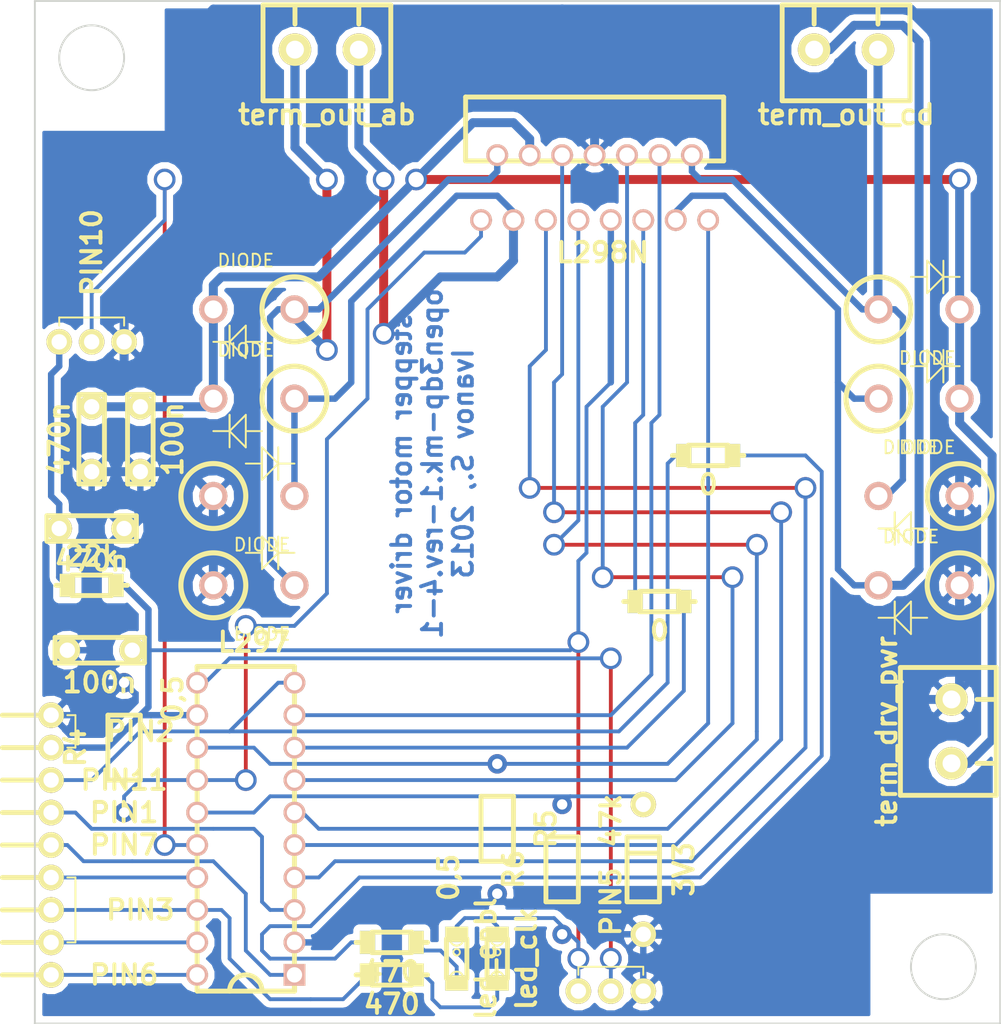
<source format=kicad_pcb>
(kicad_pcb (version 3) (host pcbnew "(2013-07-07 BZR 4022)-stable")

  (general
    (links 72)
    (no_connects 0)
    (area 174.549999 105.334999 250.265001 185.495001)
    (thickness 1.6)
    (drawings 7)
    (tracks 343)
    (zones 0)
    (modules 36)
    (nets 31)
  )

  (page A3)
  (layers
    (15 F.Cu signal)
    (0 B.Cu signal)
    (20 B.SilkS user)
    (21 F.SilkS user)
    (28 Edge.Cuts user)
  )

  (setup
    (last_trace_width 0.3)
    (user_trace_width 0.5)
    (user_trace_width 0.7)
    (user_trace_width 1)
    (trace_clearance 0.254)
    (zone_clearance 0.508)
    (zone_45_only no)
    (trace_min 0.3)
    (segment_width 0.2)
    (edge_width 0.15)
    (via_size 1.7)
    (via_drill 1.2)
    (via_min_size 1.7)
    (via_min_drill 1.2)
    (uvia_size 0.508)
    (uvia_drill 0.127)
    (uvias_allowed no)
    (uvia_min_size 0.508)
    (uvia_min_drill 0.127)
    (pcb_text_width 0.3)
    (pcb_text_size 1.5 1.5)
    (mod_edge_width 0.15)
    (mod_text_size 1.5 1.5)
    (mod_text_width 0.15)
    (pad_size 1.524 1.524)
    (pad_drill 0.762)
    (pad_to_mask_clearance 0.2)
    (aux_axis_origin 0 0)
    (visible_elements 7FFFFFEF)
    (pcbplotparams
      (layerselection 3178497)
      (usegerberextensions true)
      (excludeedgelayer true)
      (linewidth 0.100000)
      (plotframeref false)
      (viasonmask false)
      (mode 1)
      (useauxorigin false)
      (hpglpennumber 1)
      (hpglpenspeed 20)
      (hpglpendiameter 15)
      (hpglpenoverlay 2)
      (psnegative false)
      (psa4output false)
      (plotreference true)
      (plotvalue true)
      (plotothertext true)
      (plotinvisibletext false)
      (padsonsilk false)
      (subtractmaskfromsilk false)
      (outputformat 1)
      (mirror false)
      (drillshape 1)
      (scaleselection 1)
      (outputdirectory ""))
  )

  (net 0 "")
  (net 1 +36V)
  (net 2 +5V)
  (net 3 GND)
  (net 4 N-000001)
  (net 5 N-0000010)
  (net 6 N-0000011)
  (net 7 N-0000012)
  (net 8 N-0000013)
  (net 9 N-0000014)
  (net 10 N-0000015)
  (net 11 N-0000016)
  (net 12 N-0000017)
  (net 13 N-0000018)
  (net 14 N-0000019)
  (net 15 N-0000020)
  (net 16 N-0000021)
  (net 17 N-0000022)
  (net 18 N-0000023)
  (net 19 N-0000024)
  (net 20 N-0000025)
  (net 21 N-0000026)
  (net 22 N-0000027)
  (net 23 N-0000028)
  (net 24 N-000003)
  (net 25 N-0000030)
  (net 26 N-000004)
  (net 27 N-000005)
  (net 28 N-000006)
  (net 29 N-000008)
  (net 30 N-000009)

  (net_class Default "Это класс цепей по умолчанию."
    (clearance 0.254)
    (trace_width 0.3)
    (via_dia 1.7)
    (via_drill 1.2)
    (uvia_dia 0.508)
    (uvia_drill 0.127)
    (add_net "")
    (add_net +36V)
    (add_net +5V)
    (add_net GND)
    (add_net N-000001)
    (add_net N-0000010)
    (add_net N-0000011)
    (add_net N-0000012)
    (add_net N-0000013)
    (add_net N-0000014)
    (add_net N-0000015)
    (add_net N-0000016)
    (add_net N-0000017)
    (add_net N-0000018)
    (add_net N-0000019)
    (add_net N-0000020)
    (add_net N-0000021)
    (add_net N-0000022)
    (add_net N-0000023)
    (add_net N-0000024)
    (add_net N-0000025)
    (add_net N-0000026)
    (add_net N-0000027)
    (add_net N-0000028)
    (add_net N-000003)
    (add_net N-0000030)
    (add_net N-000004)
    (add_net N-000005)
    (add_net N-000006)
    (add_net N-000008)
    (add_net N-000009)
  )

  (module RES_1206 (layer F.Cu) (tedit 52246718) (tstamp 52404046)
    (at 202.565 181.61)
    (path /52047BE5)
    (fp_text reference R2 (at 0 -2.286) (layer F.SilkS) hide
      (effects (font (size 1.524 1.524) (thickness 0.3048)))
    )
    (fp_text value 470 (at 0 2.286) (layer F.SilkS)
      (effects (font (size 1.524 1.524) (thickness 0.3048)))
    )
    (fp_line (start 1.524 0) (end 2.794 0) (layer F.SilkS) (width 0.381))
    (fp_line (start -1.524 0) (end -2.794 0) (layer F.SilkS) (width 0.381))
    (fp_line (start -1.5494 -0.8001) (end -1.5494 0.8001) (layer F.SilkS) (width 0.381))
    (fp_line (start -1.5494 0.8001) (end 1.5494 0.8001) (layer F.SilkS) (width 0.381))
    (fp_line (start 1.5494 0.8001) (end 1.5494 -0.8001) (layer F.SilkS) (width 0.381))
    (fp_line (start 1.5494 -0.8001) (end -1.5494 -0.8001) (layer F.SilkS) (width 0.381))
    (pad 1 smd rect (at -1.905 0) (size 1.20142 1.80086)
      (layers B.Cu F.SilkS)
      (net 22 N-0000027)
    )
    (pad 2 smd rect (at 1.905 0) (size 1.20142 1.80086)
      (layers B.Cu F.SilkS)
      (net 28 N-000006)
    )
    (model smd\resistors\r_1206.wrl
      (at (xyz 0 0 0))
      (scale (xyz 1 1 1))
      (rotate (xyz 0 0 0))
    )
  )

  (module RES_1206 (layer F.Cu) (tedit 52246718) (tstamp 52404052)
    (at 179.07 151.13 180)
    (path /52038B96)
    (fp_text reference R3 (at 0 -2.286 180) (layer F.SilkS) hide
      (effects (font (size 1.524 1.524) (thickness 0.3048)))
    )
    (fp_text value 22k (at 0 2.286 180) (layer F.SilkS)
      (effects (font (size 1.524 1.524) (thickness 0.3048)))
    )
    (fp_line (start 1.524 0) (end 2.794 0) (layer F.SilkS) (width 0.381))
    (fp_line (start -1.524 0) (end -2.794 0) (layer F.SilkS) (width 0.381))
    (fp_line (start -1.5494 -0.8001) (end -1.5494 0.8001) (layer F.SilkS) (width 0.381))
    (fp_line (start -1.5494 0.8001) (end 1.5494 0.8001) (layer F.SilkS) (width 0.381))
    (fp_line (start 1.5494 0.8001) (end 1.5494 -0.8001) (layer F.SilkS) (width 0.381))
    (fp_line (start 1.5494 -0.8001) (end -1.5494 -0.8001) (layer F.SilkS) (width 0.381))
    (pad 1 smd rect (at -1.905 0 180) (size 1.20142 1.80086)
      (layers B.Cu F.SilkS)
      (net 2 +5V)
    )
    (pad 2 smd rect (at 1.905 0 180) (size 1.20142 1.80086)
      (layers B.Cu F.SilkS)
      (net 29 N-000008)
    )
    (model smd\resistors\r_1206.wrl
      (at (xyz 0 0 0))
      (scale (xyz 1 1 1))
      (rotate (xyz 0 0 0))
    )
  )

  (module RES_1206 (layer F.Cu) (tedit 52246718) (tstamp 52404076)
    (at 202.565 179.07)
    (path /52047BDE)
    (fp_text reference R1 (at 0 -2.286) (layer F.SilkS) hide
      (effects (font (size 1.524 1.524) (thickness 0.3048)))
    )
    (fp_text value 470 (at 0 2.286) (layer F.SilkS)
      (effects (font (size 1.524 1.524) (thickness 0.3048)))
    )
    (fp_line (start 1.524 0) (end 2.794 0) (layer F.SilkS) (width 0.381))
    (fp_line (start -1.524 0) (end -2.794 0) (layer F.SilkS) (width 0.381))
    (fp_line (start -1.5494 -0.8001) (end -1.5494 0.8001) (layer F.SilkS) (width 0.381))
    (fp_line (start -1.5494 0.8001) (end 1.5494 0.8001) (layer F.SilkS) (width 0.381))
    (fp_line (start 1.5494 0.8001) (end 1.5494 -0.8001) (layer F.SilkS) (width 0.381))
    (fp_line (start 1.5494 -0.8001) (end -1.5494 -0.8001) (layer F.SilkS) (width 0.381))
    (pad 1 smd rect (at -1.905 0) (size 1.20142 1.80086)
      (layers B.Cu F.SilkS)
      (net 27 N-000005)
    )
    (pad 2 smd rect (at 1.905 0) (size 1.20142 1.80086)
      (layers B.Cu F.SilkS)
      (net 26 N-000004)
    )
    (model smd\resistors\r_1206.wrl
      (at (xyz 0 0 0))
      (scale (xyz 1 1 1))
      (rotate (xyz 0 0 0))
    )
  )

  (module RES_1206 (layer F.Cu) (tedit 52246718) (tstamp 52428F0A)
    (at 223.52 152.4)
    (path /52429016)
    (fp_text reference R7 (at 0 -2.286) (layer F.SilkS) hide
      (effects (font (size 1.524 1.524) (thickness 0.3048)))
    )
    (fp_text value 0 (at 0 2.286) (layer F.SilkS)
      (effects (font (size 1.524 1.524) (thickness 0.3048)))
    )
    (fp_line (start 1.524 0) (end 2.794 0) (layer F.SilkS) (width 0.381))
    (fp_line (start -1.524 0) (end -2.794 0) (layer F.SilkS) (width 0.381))
    (fp_line (start -1.5494 -0.8001) (end -1.5494 0.8001) (layer F.SilkS) (width 0.381))
    (fp_line (start -1.5494 0.8001) (end 1.5494 0.8001) (layer F.SilkS) (width 0.381))
    (fp_line (start 1.5494 0.8001) (end 1.5494 -0.8001) (layer F.SilkS) (width 0.381))
    (fp_line (start 1.5494 -0.8001) (end -1.5494 -0.8001) (layer F.SilkS) (width 0.381))
    (pad 1 smd rect (at -1.905 0) (size 1.20142 1.80086)
      (layers B.Cu F.SilkS)
      (net 9 N-0000014)
    )
    (pad 2 smd rect (at 1.905 0) (size 1.20142 1.80086)
      (layers B.Cu F.SilkS)
      (net 6 N-0000011)
    )
    (model smd\resistors\r_1206.wrl
      (at (xyz 0 0 0))
      (scale (xyz 1 1 1))
      (rotate (xyz 0 0 0))
    )
  )

  (module C_CERAM (layer F.Cu) (tedit 522F1CBE) (tstamp 524041E5)
    (at 179.07 139.7 270)
    (path /5203890F)
    (fp_text reference C3 (at 0 -2.54 270) (layer F.SilkS) hide
      (effects (font (size 1.524 1.524) (thickness 0.3048)))
    )
    (fp_text value 470n (at 0 2.54 270) (layer F.SilkS)
      (effects (font (size 1.524 1.524) (thickness 0.3048)))
    )
    (fp_line (start -3.50012 -1.00076) (end -3.50012 1.00076) (layer F.SilkS) (width 0.381))
    (fp_line (start -3.50012 1.00076) (end 3.50012 1.00076) (layer F.SilkS) (width 0.381))
    (fp_line (start 3.50012 1.00076) (end 3.50012 -1.00076) (layer F.SilkS) (width 0.381))
    (fp_line (start 3.50012 -1.00076) (end -3.50012 -1.00076) (layer F.SilkS) (width 0.381))
    (pad 1 thru_hole circle (at -2.54 0 270) (size 1.99898 1.99898) (drill 1.19888)
      (layers B.Cu F.SilkS)
      (net 1 +36V)
    )
    (pad 2 thru_hole circle (at 2.54 0 270) (size 1.99898 1.99898) (drill 1.19888)
      (layers B.Cu F.SilkS)
      (net 3 GND)
    )
    (model discret\capacitor\cnp_7.5mm_disc.wrl
      (at (xyz 0 0 0))
      (scale (xyz 1 1 1))
      (rotate (xyz 0 0 0))
    )
  )

  (module C_CERAM (layer F.Cu) (tedit 522F1CBE) (tstamp 524041DB)
    (at 179.705 156.21)
    (path /52037FA5)
    (fp_text reference C2 (at 0 -2.54) (layer F.SilkS) hide
      (effects (font (size 1.524 1.524) (thickness 0.3048)))
    )
    (fp_text value 100n (at 0 2.54) (layer F.SilkS)
      (effects (font (size 1.524 1.524) (thickness 0.3048)))
    )
    (fp_line (start -3.50012 -1.00076) (end -3.50012 1.00076) (layer F.SilkS) (width 0.381))
    (fp_line (start -3.50012 1.00076) (end 3.50012 1.00076) (layer F.SilkS) (width 0.381))
    (fp_line (start 3.50012 1.00076) (end 3.50012 -1.00076) (layer F.SilkS) (width 0.381))
    (fp_line (start 3.50012 -1.00076) (end -3.50012 -1.00076) (layer F.SilkS) (width 0.381))
    (pad 1 thru_hole circle (at -2.54 0) (size 1.99898 1.99898) (drill 1.19888)
      (layers B.Cu F.SilkS)
      (net 3 GND)
    )
    (pad 2 thru_hole circle (at 2.54 0) (size 1.99898 1.99898) (drill 1.19888)
      (layers B.Cu F.SilkS)
      (net 2 +5V)
    )
    (model discret\capacitor\cnp_7.5mm_disc.wrl
      (at (xyz 0 0 0))
      (scale (xyz 1 1 1))
      (rotate (xyz 0 0 0))
    )
  )

  (module C_CERAM (layer F.Cu) (tedit 522F1CBE) (tstamp 524041D1)
    (at 179.07 146.685)
    (path /52038BDC)
    (fp_text reference C1 (at 0 -2.54) (layer F.SilkS) hide
      (effects (font (size 1.524 1.524) (thickness 0.3048)))
    )
    (fp_text value 470n (at 0 2.54) (layer F.SilkS)
      (effects (font (size 1.524 1.524) (thickness 0.3048)))
    )
    (fp_line (start -3.50012 -1.00076) (end -3.50012 1.00076) (layer F.SilkS) (width 0.381))
    (fp_line (start -3.50012 1.00076) (end 3.50012 1.00076) (layer F.SilkS) (width 0.381))
    (fp_line (start 3.50012 1.00076) (end 3.50012 -1.00076) (layer F.SilkS) (width 0.381))
    (fp_line (start 3.50012 -1.00076) (end -3.50012 -1.00076) (layer F.SilkS) (width 0.381))
    (pad 1 thru_hole circle (at -2.54 0) (size 1.99898 1.99898) (drill 1.19888)
      (layers B.Cu F.SilkS)
      (net 29 N-000008)
    )
    (pad 2 thru_hole circle (at 2.54 0) (size 1.99898 1.99898) (drill 1.19888)
      (layers B.Cu F.SilkS)
      (net 3 GND)
    )
    (model discret\capacitor\cnp_7.5mm_disc.wrl
      (at (xyz 0 0 0))
      (scale (xyz 1 1 1))
      (rotate (xyz 0 0 0))
    )
  )

  (module C_CERAM (layer F.Cu) (tedit 522F1CBE) (tstamp 524041C7)
    (at 182.88 139.7 90)
    (path /520387E0)
    (fp_text reference C4 (at 0 -2.54 90) (layer F.SilkS) hide
      (effects (font (size 1.524 1.524) (thickness 0.3048)))
    )
    (fp_text value 100n (at 0 2.54 90) (layer F.SilkS)
      (effects (font (size 1.524 1.524) (thickness 0.3048)))
    )
    (fp_line (start -3.50012 -1.00076) (end -3.50012 1.00076) (layer F.SilkS) (width 0.381))
    (fp_line (start -3.50012 1.00076) (end 3.50012 1.00076) (layer F.SilkS) (width 0.381))
    (fp_line (start 3.50012 1.00076) (end 3.50012 -1.00076) (layer F.SilkS) (width 0.381))
    (fp_line (start 3.50012 -1.00076) (end -3.50012 -1.00076) (layer F.SilkS) (width 0.381))
    (pad 1 thru_hole circle (at -2.54 0 90) (size 1.99898 1.99898) (drill 1.19888)
      (layers B.Cu F.SilkS)
      (net 3 GND)
    )
    (pad 2 thru_hole circle (at 2.54 0 90) (size 1.99898 1.99898) (drill 1.19888)
      (layers B.Cu F.SilkS)
      (net 1 +36V)
    )
    (model discret\capacitor\cnp_7.5mm_disc.wrl
      (at (xyz 0 0 0))
      (scale (xyz 1 1 1))
      (rotate (xyz 0 0 0))
    )
  )

  (module DG300-5.0-02P-12 (layer F.Cu) (tedit 5229A425) (tstamp 52496975)
    (at 246.38 162.56 90)
    (descr docs/connectors/DG300-5.0.pdf)
    (path /52048315)
    (fp_text reference PIN4 (at 0 -7.62 90) (layer F.SilkS) hide
      (effects (font (size 1.524 1.524) (thickness 0.3048)))
    )
    (fp_text value term_drv_pwr (at 0 -5.08 90) (layer F.SilkS)
      (effects (font (size 1.524 1.524) (thickness 0.3048)))
    )
    (fp_line (start 2.49936 3.50012) (end 2.49936 1.99898) (layer F.SilkS) (width 0.381))
    (fp_line (start -2.49936 3.50012) (end -2.49936 1.99898) (layer F.SilkS) (width 0.381))
    (fp_line (start -5.00126 -4.0005) (end -5.00126 3.50012) (layer F.SilkS) (width 0.381))
    (fp_line (start -5.00126 3.50012) (end 5.00126 3.50012) (layer F.SilkS) (width 0.381))
    (fp_line (start 5.00126 3.50012) (end 5.00126 -4.0005) (layer F.SilkS) (width 0.381))
    (fp_line (start 5.00126 -4.0005) (end -5.00126 -4.0005) (layer F.SilkS) (width 0.381))
    (pad 1 thru_hole circle (at -2.49936 0 90) (size 2.54 2.54) (drill 1.4)
      (layers B.Cu F.SilkS)
      (net 1 +36V)
    )
    (pad 2 thru_hole circle (at 2.49936 0 90) (size 2.54 2.54) (drill 1.4)
      (layers B.Cu F.SilkS)
      (net 3 GND)
    )
    (model wings3d/connectors/dg300-5.0-12.wrl
      (at (xyz 0 0 0))
      (scale (xyz 0.394 0.394 0.394))
      (rotate (xyz 0 0 0))
    )
  )

  (module DG300-5.0-02P-12 (layer F.Cu) (tedit 5229A425) (tstamp 524041B1)
    (at 238.125 109.22 180)
    (descr docs/connectors/DG300-5.0.pdf)
    (path /52038D1B)
    (fp_text reference PIN9 (at 0 -7.62 180) (layer F.SilkS) hide
      (effects (font (size 1.524 1.524) (thickness 0.3048)))
    )
    (fp_text value term_out_cd (at 0 -5.08 180) (layer F.SilkS)
      (effects (font (size 1.524 1.524) (thickness 0.3048)))
    )
    (fp_line (start 2.49936 3.50012) (end 2.49936 1.99898) (layer F.SilkS) (width 0.381))
    (fp_line (start -2.49936 3.50012) (end -2.49936 1.99898) (layer F.SilkS) (width 0.381))
    (fp_line (start -5.00126 -4.0005) (end -5.00126 3.50012) (layer F.SilkS) (width 0.381))
    (fp_line (start -5.00126 3.50012) (end 5.00126 3.50012) (layer F.SilkS) (width 0.381))
    (fp_line (start 5.00126 3.50012) (end 5.00126 -4.0005) (layer F.SilkS) (width 0.381))
    (fp_line (start 5.00126 -4.0005) (end -5.00126 -4.0005) (layer F.SilkS) (width 0.381))
    (pad 1 thru_hole circle (at -2.49936 0 180) (size 2.54 2.54) (drill 1.4)
      (layers B.Cu F.SilkS)
      (net 4 N-000001)
    )
    (pad 2 thru_hole circle (at 2.49936 0 180) (size 2.54 2.54) (drill 1.4)
      (layers B.Cu F.SilkS)
      (net 19 N-0000024)
    )
    (model wings3d/connectors/dg300-5.0-12.wrl
      (at (xyz 0 0 0))
      (scale (xyz 0.394 0.394 0.394))
      (rotate (xyz 0 0 0))
    )
  )

  (module DG300-5.0-02P-12 (layer F.Cu) (tedit 5229A425) (tstamp 524041A5)
    (at 197.485 109.22 180)
    (descr docs/connectors/DG300-5.0.pdf)
    (path /52038D00)
    (fp_text reference PIN8 (at 0 -7.62 180) (layer F.SilkS) hide
      (effects (font (size 1.524 1.524) (thickness 0.3048)))
    )
    (fp_text value term_out_ab (at 0 -5.08 180) (layer F.SilkS)
      (effects (font (size 1.524 1.524) (thickness 0.3048)))
    )
    (fp_line (start 2.49936 3.50012) (end 2.49936 1.99898) (layer F.SilkS) (width 0.381))
    (fp_line (start -2.49936 3.50012) (end -2.49936 1.99898) (layer F.SilkS) (width 0.381))
    (fp_line (start -5.00126 -4.0005) (end -5.00126 3.50012) (layer F.SilkS) (width 0.381))
    (fp_line (start -5.00126 3.50012) (end 5.00126 3.50012) (layer F.SilkS) (width 0.381))
    (fp_line (start 5.00126 3.50012) (end 5.00126 -4.0005) (layer F.SilkS) (width 0.381))
    (fp_line (start 5.00126 -4.0005) (end -5.00126 -4.0005) (layer F.SilkS) (width 0.381))
    (pad 1 thru_hole circle (at -2.49936 0 180) (size 2.54 2.54) (drill 1.4)
      (layers B.Cu F.SilkS)
      (net 25 N-0000030)
    )
    (pad 2 thru_hole circle (at 2.49936 0 180) (size 2.54 2.54) (drill 1.4)
      (layers B.Cu F.SilkS)
      (net 18 N-0000023)
    )
    (model wings3d/connectors/dg300-5.0-12.wrl
      (at (xyz 0 0 0))
      (scale (xyz 0.394 0.394 0.394))
      (rotate (xyz 0 0 0))
    )
  )

  (module DIP-20 (layer F.Cu) (tedit 5232ED62) (tstamp 52404199)
    (at 194.945 181.61 180)
    (path /5200F2D1)
    (fp_text reference U1 (at 3.81 -3.175 180) (layer F.SilkS) hide
      (effects (font (size 1.524 1.524) (thickness 0.3048)))
    )
    (fp_text value L297 (at 3.175 26.035 180) (layer F.SilkS)
      (effects (font (size 1.524 1.524) (thickness 0.3048)))
    )
    (fp_arc (start 3.81 -1.27) (end 5.08 -1.27) (angle 90) (layer F.SilkS) (width 0.381))
    (fp_arc (start 3.81 -1.27) (end 3.81 0) (angle 90) (layer F.SilkS) (width 0.381))
    (fp_line (start 0 0) (end 0 -1.27) (layer F.SilkS) (width 0.381))
    (fp_line (start 0 -1.27) (end 7.62 -1.27) (layer F.SilkS) (width 0.381))
    (fp_line (start 7.62 -1.27) (end 7.62 24.13) (layer F.SilkS) (width 0.381))
    (fp_line (start 7.62 24.13) (end 0 24.13) (layer F.SilkS) (width 0.381))
    (fp_line (start 0 24.13) (end 0 -1.27) (layer F.SilkS) (width 0.381))
    (pad 1 thru_hole rect (at 0 0 180) (size 1.7 1.7) (drill 1.19888)
      (layers *.Cu *.SilkS *.Mask)
      (net 30 N-000009)
    )
    (pad 2 thru_hole circle (at 0 2.54 180) (size 1.7 1.7) (drill 1.19888)
      (layers *.Cu *.SilkS *.Mask)
      (net 3 GND)
    )
    (pad 3 thru_hole circle (at 0 5.08 180) (size 1.7 1.7) (drill 1.19888)
      (layers *.Cu *.SilkS *.Mask)
      (net 8 N-0000013)
    )
    (pad 4 thru_hole circle (at 0 7.62 180) (size 1.7 1.7) (drill 1.19888)
      (layers *.Cu *.SilkS *.Mask)
      (net 17 N-0000022)
    )
    (pad 5 thru_hole circle (at 0 10.16 180) (size 1.7 1.7) (drill 1.19888)
      (layers *.Cu *.SilkS *.Mask)
      (net 16 N-0000021)
    )
    (pad 6 thru_hole circle (at 0 12.7 180) (size 1.7 1.7) (drill 1.19888)
      (layers *.Cu *.SilkS *.Mask)
      (net 15 N-0000020)
    )
    (pad 7 thru_hole circle (at 0 15.24 180) (size 1.7 1.7) (drill 1.19888)
      (layers *.Cu *.SilkS *.Mask)
      (net 14 N-0000019)
    )
    (pad 8 thru_hole circle (at 0 17.78 180) (size 1.7 1.7) (drill 1.19888)
      (layers *.Cu *.SilkS *.Mask)
      (net 6 N-0000011)
    )
    (pad 9 thru_hole circle (at 0 20.32 180) (size 1.7 1.7) (drill 1.19888)
      (layers *.Cu *.SilkS *.Mask)
      (net 13 N-0000018)
    )
    (pad 10 thru_hole circle (at 0 22.86 180) (size 1.7 1.7) (drill 1.19888)
      (layers *.Cu *.SilkS *.Mask)
      (net 21 N-0000026)
    )
    (pad 11 thru_hole circle (at 7.62 22.86 180) (size 1.7 1.7) (drill 1.19888)
      (layers *.Cu *.SilkS *.Mask)
      (net 24 N-000003)
    )
    (pad 12 thru_hole circle (at 7.62 20.32 180) (size 1.7 1.7) (drill 1.19888)
      (layers *.Cu *.SilkS *.Mask)
      (net 2 +5V)
    )
    (pad 13 thru_hole circle (at 7.62 17.78 180) (size 1.7 1.7) (drill 1.19888)
      (layers *.Cu *.SilkS *.Mask)
      (net 23 N-0000028)
    )
    (pad 14 thru_hole circle (at 7.62 15.24 180) (size 1.7 1.7) (drill 1.19888)
      (layers *.Cu *.SilkS *.Mask)
      (net 20 N-0000025)
    )
    (pad 15 thru_hole circle (at 7.62 12.7 180) (size 1.7 1.7) (drill 1.19888)
      (layers *.Cu *.SilkS *.Mask)
      (net 7 N-0000012)
    )
    (pad 16 thru_hole circle (at 7.62 10.16 180) (size 1.7 1.7) (drill 1.19888)
      (layers *.Cu *.SilkS *.Mask)
      (net 12 N-0000017)
    )
    (pad 17 thru_hole circle (at 7.62 7.62 180) (size 1.7 1.7) (drill 1.19888)
      (layers *.Cu *.SilkS *.Mask)
      (net 11 N-0000016)
    )
    (pad 18 thru_hole circle (at 7.62 5.08 180) (size 1.7 1.7) (drill 1.19888)
      (layers *.Cu *.SilkS *.Mask)
      (net 22 N-0000027)
    )
    (pad 19 thru_hole circle (at 7.62 2.54 180) (size 1.7 1.7) (drill 1.19888)
      (layers *.Cu *.SilkS *.Mask)
      (net 10 N-0000015)
    )
    (pad 20 thru_hole circle (at 7.62 0 180) (size 1.7 1.7) (drill 1.19888)
      (layers *.Cu *.SilkS *.Mask)
      (net 5 N-0000010)
    )
  )

  (module DO-201AD_v (layer F.Cu) (tedit 5232D65D) (tstamp 5240417A)
    (at 194.945 129.54 180)
    (path /52038645)
    (fp_text reference D1 (at 2.54 -5.08 180) (layer F.SilkS) hide
      (effects (font (size 1 1) (thickness 0.15)))
    )
    (fp_text value DIODE (at 3.81 3.81 180) (layer F.SilkS)
      (effects (font (size 1 1) (thickness 0.15)))
    )
    (fp_line (start 3.81 -2.54) (end 2.54 -2.54) (layer F.SilkS) (width 0.15))
    (fp_line (start 5.08 -2.54) (end 6.35 -2.54) (layer F.SilkS) (width 0.15))
    (fp_line (start 5.08 -2.54) (end 3.81 -3.81) (layer F.SilkS) (width 0.15))
    (fp_line (start 3.81 -3.81) (end 3.81 -1.27) (layer F.SilkS) (width 0.15))
    (fp_line (start 3.81 -1.27) (end 5.08 -2.54) (layer F.SilkS) (width 0.15))
    (fp_line (start 5.08 -3.81) (end 5.08 -1.27) (layer F.SilkS) (width 0.15))
    (fp_line (start 5.08 -1.27) (end 5.08 -2.54) (layer F.SilkS) (width 0.15))
    (fp_circle (center 0 0) (end 2.54 0) (layer F.SilkS) (width 0.4))
    (pad 1 thru_hole circle (at 0 0 180) (size 2.2 2.2) (drill 1.4)
      (layers *.Cu *.SilkS *.Mask)
      (net 18 N-0000023)
    )
    (pad 2 thru_hole circle (at 6.35 0 180) (size 2.2 2.2) (drill 1.4)
      (layers *.Cu *.SilkS *.Mask)
      (net 1 +36V)
    )
  )

  (module DO-201AD_v (layer F.Cu) (tedit 5232D65D) (tstamp 5240416C)
    (at 194.945 136.525 180)
    (path /52038650)
    (fp_text reference D3 (at 2.54 -5.08 180) (layer F.SilkS) hide
      (effects (font (size 1 1) (thickness 0.15)))
    )
    (fp_text value DIODE (at 3.81 3.81 180) (layer F.SilkS)
      (effects (font (size 1 1) (thickness 0.15)))
    )
    (fp_line (start 3.81 -2.54) (end 2.54 -2.54) (layer F.SilkS) (width 0.15))
    (fp_line (start 5.08 -2.54) (end 6.35 -2.54) (layer F.SilkS) (width 0.15))
    (fp_line (start 5.08 -2.54) (end 3.81 -3.81) (layer F.SilkS) (width 0.15))
    (fp_line (start 3.81 -3.81) (end 3.81 -1.27) (layer F.SilkS) (width 0.15))
    (fp_line (start 3.81 -1.27) (end 5.08 -2.54) (layer F.SilkS) (width 0.15))
    (fp_line (start 5.08 -3.81) (end 5.08 -1.27) (layer F.SilkS) (width 0.15))
    (fp_line (start 5.08 -1.27) (end 5.08 -2.54) (layer F.SilkS) (width 0.15))
    (fp_circle (center 0 0) (end 2.54 0) (layer F.SilkS) (width 0.4))
    (pad 1 thru_hole circle (at 0 0 180) (size 2.2 2.2) (drill 1.4)
      (layers *.Cu *.SilkS *.Mask)
      (net 25 N-0000030)
    )
    (pad 2 thru_hole circle (at 6.35 0 180) (size 2.2 2.2) (drill 1.4)
      (layers *.Cu *.SilkS *.Mask)
      (net 1 +36V)
    )
  )

  (module DO-201AD_v (layer F.Cu) (tedit 5232D65D) (tstamp 5240415E)
    (at 247.015 144.145 180)
    (path /5203866E)
    (fp_text reference D8 (at 2.54 -5.08 180) (layer F.SilkS) hide
      (effects (font (size 1 1) (thickness 0.15)))
    )
    (fp_text value DIODE (at 3.81 3.81 180) (layer F.SilkS)
      (effects (font (size 1 1) (thickness 0.15)))
    )
    (fp_line (start 3.81 -2.54) (end 2.54 -2.54) (layer F.SilkS) (width 0.15))
    (fp_line (start 5.08 -2.54) (end 6.35 -2.54) (layer F.SilkS) (width 0.15))
    (fp_line (start 5.08 -2.54) (end 3.81 -3.81) (layer F.SilkS) (width 0.15))
    (fp_line (start 3.81 -3.81) (end 3.81 -1.27) (layer F.SilkS) (width 0.15))
    (fp_line (start 3.81 -1.27) (end 5.08 -2.54) (layer F.SilkS) (width 0.15))
    (fp_line (start 5.08 -3.81) (end 5.08 -1.27) (layer F.SilkS) (width 0.15))
    (fp_line (start 5.08 -1.27) (end 5.08 -2.54) (layer F.SilkS) (width 0.15))
    (fp_circle (center 0 0) (end 2.54 0) (layer F.SilkS) (width 0.4))
    (pad 1 thru_hole circle (at 0 0 180) (size 2.2 2.2) (drill 1.4)
      (layers *.Cu *.SilkS *.Mask)
      (net 3 GND)
    )
    (pad 2 thru_hole circle (at 6.35 0 180) (size 2.2 2.2) (drill 1.4)
      (layers *.Cu *.SilkS *.Mask)
      (net 4 N-000001)
    )
  )

  (module DO-201AD_v (layer F.Cu) (tedit 5232D65D) (tstamp 52404150)
    (at 247.015 151.13 180)
    (path /5203866B)
    (fp_text reference D6 (at 2.54 -5.08 180) (layer F.SilkS) hide
      (effects (font (size 1 1) (thickness 0.15)))
    )
    (fp_text value DIODE (at 3.81 3.81 180) (layer F.SilkS)
      (effects (font (size 1 1) (thickness 0.15)))
    )
    (fp_line (start 3.81 -2.54) (end 2.54 -2.54) (layer F.SilkS) (width 0.15))
    (fp_line (start 5.08 -2.54) (end 6.35 -2.54) (layer F.SilkS) (width 0.15))
    (fp_line (start 5.08 -2.54) (end 3.81 -3.81) (layer F.SilkS) (width 0.15))
    (fp_line (start 3.81 -3.81) (end 3.81 -1.27) (layer F.SilkS) (width 0.15))
    (fp_line (start 3.81 -1.27) (end 5.08 -2.54) (layer F.SilkS) (width 0.15))
    (fp_line (start 5.08 -3.81) (end 5.08 -1.27) (layer F.SilkS) (width 0.15))
    (fp_line (start 5.08 -1.27) (end 5.08 -2.54) (layer F.SilkS) (width 0.15))
    (fp_circle (center 0 0) (end 2.54 0) (layer F.SilkS) (width 0.4))
    (pad 1 thru_hole circle (at 0 0 180) (size 2.2 2.2) (drill 1.4)
      (layers *.Cu *.SilkS *.Mask)
      (net 3 GND)
    )
    (pad 2 thru_hole circle (at 6.35 0 180) (size 2.2 2.2) (drill 1.4)
      (layers *.Cu *.SilkS *.Mask)
      (net 19 N-0000024)
    )
  )

  (module DO-201AD_v (layer F.Cu) (tedit 5232D65D) (tstamp 52404142)
    (at 240.665 129.54)
    (path /52038659)
    (fp_text reference D7 (at 2.54 -5.08) (layer F.SilkS) hide
      (effects (font (size 1 1) (thickness 0.15)))
    )
    (fp_text value DIODE (at 3.81 3.81) (layer F.SilkS)
      (effects (font (size 1 1) (thickness 0.15)))
    )
    (fp_line (start 3.81 -2.54) (end 2.54 -2.54) (layer F.SilkS) (width 0.15))
    (fp_line (start 5.08 -2.54) (end 6.35 -2.54) (layer F.SilkS) (width 0.15))
    (fp_line (start 5.08 -2.54) (end 3.81 -3.81) (layer F.SilkS) (width 0.15))
    (fp_line (start 3.81 -3.81) (end 3.81 -1.27) (layer F.SilkS) (width 0.15))
    (fp_line (start 3.81 -1.27) (end 5.08 -2.54) (layer F.SilkS) (width 0.15))
    (fp_line (start 5.08 -3.81) (end 5.08 -1.27) (layer F.SilkS) (width 0.15))
    (fp_line (start 5.08 -1.27) (end 5.08 -2.54) (layer F.SilkS) (width 0.15))
    (fp_circle (center 0 0) (end 2.54 0) (layer F.SilkS) (width 0.4))
    (pad 1 thru_hole circle (at 0 0) (size 2.2 2.2) (drill 1.4)
      (layers *.Cu *.SilkS *.Mask)
      (net 4 N-000001)
    )
    (pad 2 thru_hole circle (at 6.35 0) (size 2.2 2.2) (drill 1.4)
      (layers *.Cu *.SilkS *.Mask)
      (net 1 +36V)
    )
  )

  (module DO-201AD_v (layer F.Cu) (tedit 5232D65D) (tstamp 52404134)
    (at 188.595 151.13)
    (path /52038662)
    (fp_text reference D2 (at 2.54 -5.08) (layer F.SilkS) hide
      (effects (font (size 1 1) (thickness 0.15)))
    )
    (fp_text value DIODE (at 3.81 3.81) (layer F.SilkS)
      (effects (font (size 1 1) (thickness 0.15)))
    )
    (fp_line (start 3.81 -2.54) (end 2.54 -2.54) (layer F.SilkS) (width 0.15))
    (fp_line (start 5.08 -2.54) (end 6.35 -2.54) (layer F.SilkS) (width 0.15))
    (fp_line (start 5.08 -2.54) (end 3.81 -3.81) (layer F.SilkS) (width 0.15))
    (fp_line (start 3.81 -3.81) (end 3.81 -1.27) (layer F.SilkS) (width 0.15))
    (fp_line (start 3.81 -1.27) (end 5.08 -2.54) (layer F.SilkS) (width 0.15))
    (fp_line (start 5.08 -3.81) (end 5.08 -1.27) (layer F.SilkS) (width 0.15))
    (fp_line (start 5.08 -1.27) (end 5.08 -2.54) (layer F.SilkS) (width 0.15))
    (fp_circle (center 0 0) (end 2.54 0) (layer F.SilkS) (width 0.4))
    (pad 1 thru_hole circle (at 0 0) (size 2.2 2.2) (drill 1.4)
      (layers *.Cu *.SilkS *.Mask)
      (net 3 GND)
    )
    (pad 2 thru_hole circle (at 6.35 0) (size 2.2 2.2) (drill 1.4)
      (layers *.Cu *.SilkS *.Mask)
      (net 18 N-0000023)
    )
  )

  (module DO-201AD_v (layer F.Cu) (tedit 5232D65D) (tstamp 52404126)
    (at 240.665 136.525)
    (path /52038656)
    (fp_text reference D5 (at 2.54 -5.08) (layer F.SilkS) hide
      (effects (font (size 1 1) (thickness 0.15)))
    )
    (fp_text value DIODE (at 3.81 3.81) (layer F.SilkS)
      (effects (font (size 1 1) (thickness 0.15)))
    )
    (fp_line (start 3.81 -2.54) (end 2.54 -2.54) (layer F.SilkS) (width 0.15))
    (fp_line (start 5.08 -2.54) (end 6.35 -2.54) (layer F.SilkS) (width 0.15))
    (fp_line (start 5.08 -2.54) (end 3.81 -3.81) (layer F.SilkS) (width 0.15))
    (fp_line (start 3.81 -3.81) (end 3.81 -1.27) (layer F.SilkS) (width 0.15))
    (fp_line (start 3.81 -1.27) (end 5.08 -2.54) (layer F.SilkS) (width 0.15))
    (fp_line (start 5.08 -3.81) (end 5.08 -1.27) (layer F.SilkS) (width 0.15))
    (fp_line (start 5.08 -1.27) (end 5.08 -2.54) (layer F.SilkS) (width 0.15))
    (fp_circle (center 0 0) (end 2.54 0) (layer F.SilkS) (width 0.4))
    (pad 1 thru_hole circle (at 0 0) (size 2.2 2.2) (drill 1.4)
      (layers *.Cu *.SilkS *.Mask)
      (net 19 N-0000024)
    )
    (pad 2 thru_hole circle (at 6.35 0) (size 2.2 2.2) (drill 1.4)
      (layers *.Cu *.SilkS *.Mask)
      (net 1 +36V)
    )
  )

  (module DO-201AD_v (layer F.Cu) (tedit 5232D65D) (tstamp 52404118)
    (at 188.595 144.145)
    (path /52038668)
    (fp_text reference D4 (at 2.54 -5.08) (layer F.SilkS) hide
      (effects (font (size 1 1) (thickness 0.15)))
    )
    (fp_text value DIODE (at 3.81 3.81) (layer F.SilkS)
      (effects (font (size 1 1) (thickness 0.15)))
    )
    (fp_line (start 3.81 -2.54) (end 2.54 -2.54) (layer F.SilkS) (width 0.15))
    (fp_line (start 5.08 -2.54) (end 6.35 -2.54) (layer F.SilkS) (width 0.15))
    (fp_line (start 5.08 -2.54) (end 3.81 -3.81) (layer F.SilkS) (width 0.15))
    (fp_line (start 3.81 -3.81) (end 3.81 -1.27) (layer F.SilkS) (width 0.15))
    (fp_line (start 3.81 -1.27) (end 5.08 -2.54) (layer F.SilkS) (width 0.15))
    (fp_line (start 5.08 -3.81) (end 5.08 -1.27) (layer F.SilkS) (width 0.15))
    (fp_line (start 5.08 -1.27) (end 5.08 -2.54) (layer F.SilkS) (width 0.15))
    (fp_circle (center 0 0) (end 2.54 0) (layer F.SilkS) (width 0.4))
    (pad 1 thru_hole circle (at 0 0) (size 2.2 2.2) (drill 1.4)
      (layers *.Cu *.SilkS *.Mask)
      (net 3 GND)
    )
    (pad 2 thru_hole circle (at 6.35 0) (size 2.2 2.2) (drill 1.4)
      (layers *.Cu *.SilkS *.Mask)
      (net 25 N-0000030)
    )
  )

  (module DO-41_h (layer F.Cu) (tedit 522F1BD2) (tstamp 5240410A)
    (at 222.25 178.435 90)
    (path /5208A780)
    (fp_text reference D9 (at 5.08 -2.54 90) (layer F.SilkS) hide
      (effects (font (size 1.524 1.524) (thickness 0.3048)))
    )
    (fp_text value 3V3 (at 5.08 3.175 90) (layer F.SilkS)
      (effects (font (size 1.524 1.524) (thickness 0.3048)))
    )
    (fp_line (start 6.35 -1.27) (end 6.35 1.27) (layer F.SilkS) (width 0.381))
    (fp_line (start 2.54 -1.27) (end 7.62 -1.27) (layer F.SilkS) (width 0.381))
    (fp_line (start 7.62 -1.27) (end 7.62 1.27) (layer F.SilkS) (width 0.381))
    (fp_line (start 7.62 1.27) (end 2.54 1.27) (layer F.SilkS) (width 0.381))
    (fp_line (start 2.54 1.27) (end 2.54 -1.27) (layer F.SilkS) (width 0.381))
    (pad 1 thru_hole circle (at 0 0 90) (size 1.99898 1.99898) (drill 1.19888)
      (layers B.Cu F.SilkS)
      (net 3 GND)
    )
    (pad 2 thru_hole circle (at 10.16 0 90) (size 1.99898 1.99898) (drill 1.19888)
      (layers B.Cu F.SilkS)
      (net 7 N-0000012)
    )
    (model discret\diode.wrl
      (at (xyz 0 0 0))
      (scale (xyz 0.4 0.4 0.4))
      (rotate (xyz 0 0 0))
    )
  )

  (module LED_1206 (layer F.Cu) (tedit 522DC8E1) (tstamp 524040FF)
    (at 207.645 180.34 90)
    (path /52039A90)
    (fp_text reference LED1 (at 0 -2.286 90) (layer F.SilkS) hide
      (effects (font (size 1.524 1.524) (thickness 0.3048)))
    )
    (fp_text value led_enbl (at 0 2.286 90) (layer F.SilkS)
      (effects (font (size 1.524 1.524) (thickness 0.3048)))
    )
    (fp_line (start -1.524 0.762) (end -1.524 0.508) (layer F.SilkS) (width 0.15))
    (fp_line (start -1.524 -0.762) (end -1.524 -0.508) (layer F.SilkS) (width 0.15))
    (fp_line (start 1.524 0.508) (end 1.524 0.762) (layer F.SilkS) (width 0.15))
    (fp_line (start 1.524 -0.762) (end 1.524 -0.508) (layer F.SilkS) (width 0.15))
    (fp_circle (center 0.508 0) (end 0.508 -0.254) (layer F.SilkS) (width 0.15))
    (fp_arc (start 1.524 0) (end 1.524 0.508) (angle 90) (layer F.SilkS) (width 0.15))
    (fp_arc (start 1.524 0) (end 1.016 0) (angle 90) (layer F.SilkS) (width 0.15))
    (fp_arc (start -1.524 0) (end -1.524 -0.508) (angle 90) (layer F.SilkS) (width 0.15))
    (fp_arc (start -1.524 0) (end -1.016 0) (angle 90) (layer F.SilkS) (width 0.15))
    (fp_line (start -1.5494 0.8001) (end 1.5494 0.8001) (layer F.SilkS) (width 0.381))
    (fp_line (start 1.5494 -0.8001) (end -1.5494 -0.8001) (layer F.SilkS) (width 0.381))
    (pad 1 smd rect (at -1.905 0 90) (size 1.20142 1.80086)
      (layers B.Cu F.SilkS)
      (net 26 N-000004)
    )
    (pad 2 smd rect (at 1.905 0 90) (size 1.20142 1.80086)
      (layers B.Cu F.SilkS)
      (net 2 +5V)
    )
  )

  (module LED_1206 (layer F.Cu) (tedit 522DC8E1) (tstamp 524040EE)
    (at 210.82 180.34 90)
    (path /52039A9B)
    (fp_text reference LED2 (at 0 -2.286 90) (layer F.SilkS) hide
      (effects (font (size 1.524 1.524) (thickness 0.3048)))
    )
    (fp_text value led_clk (at 0 2.286 90) (layer F.SilkS)
      (effects (font (size 1.524 1.524) (thickness 0.3048)))
    )
    (fp_line (start -1.524 0.762) (end -1.524 0.508) (layer F.SilkS) (width 0.15))
    (fp_line (start -1.524 -0.762) (end -1.524 -0.508) (layer F.SilkS) (width 0.15))
    (fp_line (start 1.524 0.508) (end 1.524 0.762) (layer F.SilkS) (width 0.15))
    (fp_line (start 1.524 -0.762) (end 1.524 -0.508) (layer F.SilkS) (width 0.15))
    (fp_circle (center 0.508 0) (end 0.508 -0.254) (layer F.SilkS) (width 0.15))
    (fp_arc (start 1.524 0) (end 1.524 0.508) (angle 90) (layer F.SilkS) (width 0.15))
    (fp_arc (start 1.524 0) (end 1.016 0) (angle 90) (layer F.SilkS) (width 0.15))
    (fp_arc (start -1.524 0) (end -1.524 -0.508) (angle 90) (layer F.SilkS) (width 0.15))
    (fp_arc (start -1.524 0) (end -1.016 0) (angle 90) (layer F.SilkS) (width 0.15))
    (fp_line (start -1.5494 0.8001) (end 1.5494 0.8001) (layer F.SilkS) (width 0.381))
    (fp_line (start 1.5494 -0.8001) (end -1.5494 -0.8001) (layer F.SilkS) (width 0.381))
    (pad 1 smd rect (at -1.905 0 90) (size 1.20142 1.80086)
      (layers B.Cu F.SilkS)
      (net 28 N-000006)
    )
    (pad 2 smd rect (at 1.905 0 90) (size 1.20142 1.80086)
      (layers B.Cu F.SilkS)
      (net 2 +5V)
    )
  )

  (module multiwatt15v (layer F.Cu) (tedit 5232ECCC) (tstamp 524040DD)
    (at 209.55 122.555)
    (path /52037CF2)
    (fp_text reference U2 (at 8.89 -7.62) (layer F.SilkS) hide
      (effects (font (size 1.524 1.524) (thickness 0.3048)))
    )
    (fp_text value L298N (at 9.525 2.54) (layer F.SilkS)
      (effects (font (size 1.524 1.524) (thickness 0.3048)))
    )
    (fp_line (start -1.20904 -9.62914) (end 18.99158 -9.62914) (layer F.SilkS) (width 0.381))
    (fp_line (start 18.99158 -9.62914) (end 18.99158 -4.62788) (layer F.SilkS) (width 0.381))
    (fp_line (start 18.99158 -4.62788) (end -1.20904 -4.62788) (layer F.SilkS) (width 0.381))
    (fp_line (start -1.20904 -4.62788) (end -1.20904 -9.62914) (layer F.SilkS) (width 0.381))
    (pad 2 thru_hole circle (at 1.27 -5.08) (size 1.7 1.7) (drill 1.19888)
      (layers *.Cu *.SilkS *.Mask)
      (net 18 N-0000023)
    )
    (pad 1 thru_hole circle (at 0 0) (size 1.7 1.7) (drill 1.19888)
      (layers *.Cu *.SilkS *.Mask)
      (net 20 N-0000025)
    )
    (pad 4 thru_hole circle (at 3.81 -5.08) (size 1.7 1.7) (drill 1.19888)
      (layers *.Cu *.SilkS *.Mask)
      (net 1 +36V)
    )
    (pad 3 thru_hole circle (at 2.54 0) (size 1.7 1.7) (drill 1.19888)
      (layers *.Cu *.SilkS *.Mask)
      (net 25 N-0000030)
    )
    (pad 6 thru_hole circle (at 6.35 -5.08) (size 1.7 1.7) (drill 1.19888)
      (layers *.Cu *.SilkS *.Mask)
      (net 16 N-0000021)
    )
    (pad 5 thru_hole circle (at 5.08 0) (size 1.7 1.7) (drill 1.19888)
      (layers *.Cu *.SilkS *.Mask)
      (net 17 N-0000022)
    )
    (pad 8 thru_hole circle (at 8.89 -5.08) (size 1.7 1.7) (drill 1.19888)
      (layers *.Cu *.SilkS *.Mask)
      (net 3 GND)
    )
    (pad 7 thru_hole circle (at 7.62 0) (size 1.7 1.7) (drill 1.19888)
      (layers *.Cu *.SilkS *.Mask)
      (net 15 N-0000020)
    )
    (pad 10 thru_hole circle (at 11.43 -5.08) (size 1.7 1.7) (drill 1.19888)
      (layers *.Cu *.SilkS *.Mask)
      (net 14 N-0000019)
    )
    (pad 9 thru_hole circle (at 10.16 0) (size 1.7 1.7) (drill 1.19888)
      (layers *.Cu *.SilkS *.Mask)
      (net 2 +5V)
    )
    (pad 12 thru_hole circle (at 13.97 -5.08) (size 1.7 1.7) (drill 1.19888)
      (layers *.Cu *.SilkS *.Mask)
      (net 13 N-0000018)
    )
    (pad 11 thru_hole circle (at 12.7 0) (size 1.7 1.7) (drill 1.19888)
      (layers *.Cu *.SilkS *.Mask)
      (net 9 N-0000014)
    )
    (pad 14 thru_hole circle (at 16.51 -5.08) (size 1.7 1.7) (drill 1.19888)
      (layers *.Cu *.SilkS *.Mask)
      (net 4 N-000001)
    )
    (pad 13 thru_hole circle (at 15.24 0) (size 1.7 1.7) (drill 1.19888)
      (layers *.Cu *.SilkS *.Mask)
      (net 19 N-0000024)
    )
    (pad 15 thru_hole circle (at 17.78 0) (size 1.7 1.7) (drill 1.19888)
      (layers *.Cu *.SilkS *.Mask)
      (net 23 N-0000028)
    )
    (model wings3d\ic\multiwatt15v.wrl
      (at (xyz 0 0 0))
      (scale (xyz 0.391 0.391 0.391))
      (rotate (xyz 0 0 0))
    )
  )

  (module PIN_1x1-corn (layer F.Cu) (tedit 5229A4EE) (tstamp 524040C6)
    (at 175.895 181.61 270)
    (path /52160D8D)
    (fp_text reference PIN6 (at 0 -5.715 360) (layer F.SilkS)
      (effects (font (size 1.524 1.524) (thickness 0.3048)))
    )
    (fp_text value pin_rst (at 0 2.54 270) (layer F.SilkS) hide
      (effects (font (size 1.524 1.524) (thickness 0.3048)))
    )
    (fp_line (start 0 0) (end 0 3.81) (layer F.SilkS) (width 0.381))
    (pad 1 thru_hole circle (at 0 0 270) (size 2 2) (drill 1.2)
      (layers B.Cu F.SilkS)
      (net 5 N-0000010)
    )
    (model pin_array\pin_array_1x1.wrl
      (at (xyz 0 0 0))
      (scale (xyz 1 1 1))
      (rotate (xyz 0 0 0))
    )
  )

  (module PIN_1x1-corn (layer F.Cu) (tedit 5229A4EE) (tstamp 524040C0)
    (at 175.895 168.91 270)
    (path /52160C30)
    (fp_text reference PIN1 (at 0 -5.715 360) (layer F.SilkS)
      (effects (font (size 1.524 1.524) (thickness 0.3048)))
    )
    (fp_text value pin_home (at 0 2.54 270) (layer F.SilkS) hide
      (effects (font (size 1.524 1.524) (thickness 0.3048)))
    )
    (fp_line (start 0 0) (end 0 3.81) (layer F.SilkS) (width 0.381))
    (pad 1 thru_hole circle (at 0 0 270) (size 2 2) (drill 1.2)
      (layers B.Cu F.SilkS)
      (net 8 N-0000013)
    )
    (model pin_array\pin_array_1x1.wrl
      (at (xyz 0 0 0))
      (scale (xyz 1 1 1))
      (rotate (xyz 0 0 0))
    )
  )

  (module PIN_1x1-corn (layer F.Cu) (tedit 5229A4EE) (tstamp 524040BA)
    (at 175.895 171.45 270)
    (path /52160C03)
    (fp_text reference PIN7 (at 0 -5.715 360) (layer F.SilkS)
      (effects (font (size 1.524 1.524) (thickness 0.3048)))
    )
    (fp_text value pin_sync (at 0 2.54 270) (layer F.SilkS) hide
      (effects (font (size 1.524 1.524) (thickness 0.3048)))
    )
    (fp_line (start 0 0) (end 0 3.81) (layer F.SilkS) (width 0.381))
    (pad 1 thru_hole circle (at 0 0 270) (size 2 2) (drill 1.2)
      (layers B.Cu F.SilkS)
      (net 30 N-000009)
    )
    (model pin_array\pin_array_1x1.wrl
      (at (xyz 0 0 0))
      (scale (xyz 1 1 1))
      (rotate (xyz 0 0 0))
    )
  )

  (module PIN_1x1-corn (layer F.Cu) (tedit 5229A4EE) (tstamp 524040B4)
    (at 175.895 166.37 270)
    (path /52160DA8)
    (fp_text reference PIN11 (at 0 -5.715 360) (layer F.SilkS)
      (effects (font (size 1.524 1.524) (thickness 0.3048)))
    )
    (fp_text value pin_enbl (at 0 2.54 270) (layer F.SilkS) hide
      (effects (font (size 1.524 1.524) (thickness 0.3048)))
    )
    (fp_line (start 0 0) (end 0 3.81) (layer F.SilkS) (width 0.381))
    (pad 1 thru_hole circle (at 0 0 270) (size 2 2) (drill 1.2)
      (layers B.Cu F.SilkS)
      (net 21 N-0000026)
    )
    (model pin_array\pin_array_1x1.wrl
      (at (xyz 0 0 0))
      (scale (xyz 1 1 1))
      (rotate (xyz 0 0 0))
    )
  )

  (module PIN_2x1-corn (layer F.Cu) (tedit 5229AA8B) (tstamp 524040AE)
    (at 175.895 161.29 270)
    (path /5204830C)
    (fp_text reference PIN2 (at 1.27 -6.985 360) (layer F.SilkS)
      (effects (font (size 1.524 1.524) (thickness 0.3048)))
    )
    (fp_text value pin_ttl_pwr (at 1.27 2.54 270) (layer F.SilkS) hide
      (effects (font (size 1.524 1.524) (thickness 0.3048)))
    )
    (fp_line (start 0 -1.27) (end 0 -1.905) (layer F.SilkS) (width 0.15))
    (fp_line (start 0 -1.905) (end 2.54 -1.905) (layer F.SilkS) (width 0.15))
    (fp_line (start 2.54 -1.905) (end 2.54 -1.27) (layer F.SilkS) (width 0.15))
    (fp_line (start 2.54 0) (end 2.54 3.81) (layer F.SilkS) (width 0.381))
    (fp_line (start 0 0) (end 0 3.81) (layer F.SilkS) (width 0.381))
    (pad 1 thru_hole circle (at 0 0 270) (size 2 2) (drill 1.2)
      (layers B.Cu F.SilkS)
      (net 3 GND)
    )
    (pad 2 thru_hole circle (at 2.54 0 270) (size 2 2) (drill 1.2)
      (layers B.Cu F.SilkS)
      (net 2 +5V)
    )
    (model pin_array\pins_array_2x1.wrl
      (at (xyz 0 0 0))
      (scale (xyz 1 1 1))
      (rotate (xyz 0 0 0))
    )
  )

  (module PIN_3x1 (layer F.Cu) (tedit 5229AAA6) (tstamp 524040A3)
    (at 217.17 182.88)
    (path /52039607)
    (fp_text reference PIN5 (at 2.54 -6.985 90) (layer F.SilkS)
      (effects (font (size 1.524 1.524) (thickness 0.3048)))
    )
    (fp_text value pin_switch_ctrl (at 2.54 2.54) (layer F.SilkS) hide
      (effects (font (size 1.524 1.524) (thickness 0.3048)))
    )
    (fp_line (start 0 -1.27) (end 0 -1.905) (layer F.SilkS) (width 0.15))
    (fp_line (start 0 -1.905) (end 5.08 -1.905) (layer F.SilkS) (width 0.15))
    (fp_line (start 5.08 -1.905) (end 5.08 -1.27) (layer F.SilkS) (width 0.15))
    (pad 2 thru_hole circle (at 2.54 0) (size 2 2) (drill 1.2)
      (layers B.Cu F.SilkS)
      (net 24 N-000003)
    )
    (pad 1 thru_hole circle (at 0 0) (size 2 2) (drill 1.2)
      (layers B.Cu F.SilkS)
      (net 2 +5V)
    )
    (pad 3 thru_hole circle (at 5.08 0) (size 2 2) (drill 1.2)
      (layers B.Cu F.SilkS)
      (net 3 GND)
    )
    (model pin_array\pins_array_3x1.wrl
      (at (xyz 0 0 0))
      (scale (xyz 1 1 1))
      (rotate (xyz 0 0 0))
    )
  )

  (module PIN_3x1 (layer F.Cu) (tedit 5229AAA6) (tstamp 52404099)
    (at 176.53 132.08)
    (path /5208A3D0)
    (fp_text reference PIN10 (at 2.54 -6.985 90) (layer F.SilkS)
      (effects (font (size 1.524 1.524) (thickness 0.3048)))
    )
    (fp_text value osc_src (at 2.54 2.54) (layer F.SilkS) hide
      (effects (font (size 1.524 1.524) (thickness 0.3048)))
    )
    (fp_line (start 0 -1.27) (end 0 -1.905) (layer F.SilkS) (width 0.15))
    (fp_line (start 0 -1.905) (end 5.08 -1.905) (layer F.SilkS) (width 0.15))
    (fp_line (start 5.08 -1.905) (end 5.08 -1.27) (layer F.SilkS) (width 0.15))
    (pad 2 thru_hole circle (at 2.54 0) (size 2 2) (drill 1.2)
      (layers B.Cu F.SilkS)
      (net 12 N-0000017)
    )
    (pad 1 thru_hole circle (at 0 0) (size 2 2) (drill 1.2)
      (layers B.Cu F.SilkS)
      (net 29 N-000008)
    )
    (pad 3 thru_hole circle (at 5.08 0) (size 2 2) (drill 1.2)
      (layers B.Cu F.SilkS)
      (net 3 GND)
    )
    (model pin_array\pins_array_3x1.wrl
      (at (xyz 0 0 0))
      (scale (xyz 1 1 1))
      (rotate (xyz 0 0 0))
    )
  )

  (module PIN_3x1-corn (layer F.Cu) (tedit 5229AAD3) (tstamp 5240408F)
    (at 175.895 173.99 270)
    (path /52039732)
    (fp_text reference PIN3 (at 2.54 -6.985 360) (layer F.SilkS)
      (effects (font (size 1.524 1.524) (thickness 0.3048)))
    )
    (fp_text value pin_drv_ctrl (at 2.54 2.54 270) (layer F.SilkS) hide
      (effects (font (size 1.524 1.524) (thickness 0.3048)))
    )
    (fp_line (start 0 -1.27) (end 0 -1.905) (layer F.SilkS) (width 0.15))
    (fp_line (start 0 -1.905) (end 5.08 -1.905) (layer F.SilkS) (width 0.15))
    (fp_line (start 5.08 -1.905) (end 5.08 -1.27) (layer F.SilkS) (width 0.15))
    (fp_line (start 5.08 0) (end 5.08 3.81) (layer F.SilkS) (width 0.381))
    (fp_line (start 2.54 0) (end 2.54 3.81) (layer F.SilkS) (width 0.381))
    (fp_line (start 0 0) (end 0 3.81) (layer F.SilkS) (width 0.381))
    (pad 2 thru_hole circle (at 2.54 0 270) (size 2 2) (drill 1.2)
      (layers B.Cu F.SilkS)
      (net 22 N-0000027)
    )
    (pad 1 thru_hole circle (at 0 0 270) (size 2 2) (drill 1.2)
      (layers B.Cu F.SilkS)
      (net 11 N-0000016)
    )
    (pad 3 thru_hole circle (at 5.08 0 270) (size 2 2) (drill 1.2)
      (layers B.Cu F.SilkS)
      (net 10 N-0000015)
    )
    (model pin_array\pins_array_3x1.wrl
      (at (xyz 0 0 0))
      (scale (xyz 1 1 1))
      (rotate (xyz 0 0 0))
    )
  )

  (module R_5mm_hor (layer F.Cu) (tedit 5161521C) (tstamp 5240405E)
    (at 210.82 170.18 90)
    (path /52037D81)
    (fp_text reference R5 (at 0 3.81 90) (layer F.SilkS)
      (effects (font (size 1.524 1.524) (thickness 0.3048)))
    )
    (fp_text value 0,5 (at -3.81 -3.81 90) (layer F.SilkS)
      (effects (font (size 1.524 1.524) (thickness 0.3048)))
    )
    (fp_line (start -2.54 1.27) (end -2.54 -1.27) (layer F.SilkS) (width 0.381))
    (fp_line (start -2.54 -1.27) (end 2.54 -1.27) (layer F.SilkS) (width 0.381))
    (fp_line (start 2.54 -1.27) (end 2.54 1.27) (layer F.SilkS) (width 0.381))
    (fp_line (start 2.54 1.27) (end -2.54 1.27) (layer F.SilkS) (width 0.381))
    (pad 1 thru_hole circle (at -5.08 0 90) (size 1.524 1.524) (drill 0.8128)
      (layers *.Cu)
      (net 3 GND)
    )
    (pad 2 thru_hole circle (at 5.08 0 90) (size 1.524 1.524) (drill 0.8128)
      (layers *.Cu)
      (net 23 N-0000028)
    )
    (model wings3d/passive/R_5mm_hor.wrl
      (at (xyz 0 0 0))
      (scale (xyz 0.394 0.394 0.394))
      (rotate (xyz 0 0 0))
    )
  )

  (module R_5mm_hor (layer F.Cu) (tedit 5161521C) (tstamp 5240406A)
    (at 181.61 163.83 270)
    (path /52037D7B)
    (fp_text reference R4 (at 0 3.81 270) (layer F.SilkS)
      (effects (font (size 1.524 1.524) (thickness 0.3048)))
    )
    (fp_text value 0,5 (at -3.81 -3.81 270) (layer F.SilkS)
      (effects (font (size 1.524 1.524) (thickness 0.3048)))
    )
    (fp_line (start -2.54 1.27) (end -2.54 -1.27) (layer F.SilkS) (width 0.381))
    (fp_line (start -2.54 -1.27) (end 2.54 -1.27) (layer F.SilkS) (width 0.381))
    (fp_line (start 2.54 -1.27) (end 2.54 1.27) (layer F.SilkS) (width 0.381))
    (fp_line (start 2.54 1.27) (end -2.54 1.27) (layer F.SilkS) (width 0.381))
    (pad 1 thru_hole circle (at -5.08 0 270) (size 1.524 1.524) (drill 0.8128)
      (layers *.Cu)
      (net 3 GND)
    )
    (pad 2 thru_hole circle (at 5.08 0 270) (size 1.524 1.524) (drill 0.8128)
      (layers *.Cu)
      (net 20 N-0000025)
    )
    (model wings3d/passive/R_5mm_hor.wrl
      (at (xyz 0 0 0))
      (scale (xyz 0.394 0.394 0.394))
      (rotate (xyz 0 0 0))
    )
  )

  (module R_5mm_hor (layer F.Cu) (tedit 5161521C) (tstamp 52404082)
    (at 215.9 173.355 270)
    (path /52159EA2)
    (fp_text reference R6 (at 0 3.81 270) (layer F.SilkS)
      (effects (font (size 1.524 1.524) (thickness 0.3048)))
    )
    (fp_text value 47k (at -3.81 -3.81 270) (layer F.SilkS)
      (effects (font (size 1.524 1.524) (thickness 0.3048)))
    )
    (fp_line (start -2.54 1.27) (end -2.54 -1.27) (layer F.SilkS) (width 0.381))
    (fp_line (start -2.54 -1.27) (end 2.54 -1.27) (layer F.SilkS) (width 0.381))
    (fp_line (start 2.54 -1.27) (end 2.54 1.27) (layer F.SilkS) (width 0.381))
    (fp_line (start 2.54 1.27) (end -2.54 1.27) (layer F.SilkS) (width 0.381))
    (pad 1 thru_hole circle (at -5.08 0 270) (size 1.524 1.524) (drill 0.8128)
      (layers *.Cu)
      (net 7 N-0000012)
    )
    (pad 2 thru_hole circle (at 5.08 0 270) (size 1.524 1.524) (drill 0.8128)
      (layers *.Cu)
      (net 2 +5V)
    )
    (model wings3d/passive/R_5mm_hor.wrl
      (at (xyz 0 0 0))
      (scale (xyz 0.394 0.394 0.394))
      (rotate (xyz 0 0 0))
    )
  )

  (module RES_1206 (layer F.Cu) (tedit 52246718) (tstamp 524974B2)
    (at 227.33 140.97)
    (path /524975EA)
    (fp_text reference R8 (at 0 -2.286) (layer F.SilkS) hide
      (effects (font (size 1.524 1.524) (thickness 0.3048)))
    )
    (fp_text value 0 (at 0 2.286) (layer F.SilkS)
      (effects (font (size 1.524 1.524) (thickness 0.3048)))
    )
    (fp_line (start 1.524 0) (end 2.794 0) (layer F.SilkS) (width 0.381))
    (fp_line (start -1.524 0) (end -2.794 0) (layer F.SilkS) (width 0.381))
    (fp_line (start -1.5494 -0.8001) (end -1.5494 0.8001) (layer F.SilkS) (width 0.381))
    (fp_line (start -1.5494 0.8001) (end 1.5494 0.8001) (layer F.SilkS) (width 0.381))
    (fp_line (start 1.5494 0.8001) (end 1.5494 -0.8001) (layer F.SilkS) (width 0.381))
    (fp_line (start 1.5494 -0.8001) (end -1.5494 -0.8001) (layer F.SilkS) (width 0.381))
    (pad 1 smd rect (at -1.905 0) (size 1.20142 1.80086)
      (layers B.Cu F.SilkS)
      (net 21 N-0000026)
    )
    (pad 2 smd rect (at 1.905 0) (size 1.20142 1.80086)
      (layers B.Cu F.SilkS)
      (net 27 N-000005)
    )
    (model smd\resistors\r_1206.wrl
      (at (xyz 0 0 0))
      (scale (xyz 1 1 1))
      (rotate (xyz 0 0 0))
    )
  )

  (gr_text "stepper motor driver\nopen3dp-mk.1-rev.4-1\nIvanov S., 2013" (at 205.74 141.605 90) (layer B.Cu)
    (effects (font (size 1.5 1.5) (thickness 0.3)) (justify mirror))
  )
  (gr_circle (center 245.745 180.975) (end 248.285 180.975) (layer Edge.Cuts) (width 0.15))
  (gr_circle (center 179.07 109.855) (end 179.07 112.395) (layer Edge.Cuts) (width 0.15))
  (gr_line (start 250.19 185.42) (end 250.19 105.41) (angle 90) (layer Edge.Cuts) (width 0.15))
  (gr_line (start 174.625 105.41) (end 174.625 185.42) (angle 90) (layer Edge.Cuts) (width 0.15))
  (gr_line (start 174.625 105.41) (end 250.19 105.41) (angle 90) (layer Edge.Cuts) (width 0.15))
  (gr_line (start 250.19 185.42) (end 174.625 185.42) (angle 90) (layer Edge.Cuts) (width 0.15))

  (segment (start 246.38 165.05936) (end 247.69064 165.05936) (width 0.7) (layer B.Cu) (net 1))
  (segment (start 247.69064 165.05936) (end 249.555 163.195) (width 0.7) (layer B.Cu) (net 1) (tstamp 52496985))
  (segment (start 247.015 129.54) (end 247.015 119.38) (width 0.7) (layer B.Cu) (net 1))
  (via (at 204.47 119.38) (size 1.7) (layers F.Cu B.Cu) (net 1))
  (segment (start 247.015 119.38) (end 204.47 119.38) (width 0.7) (layer F.Cu) (net 1) (tstamp 524965D5))
  (via (at 247.015 119.38) (size 1.7) (layers F.Cu B.Cu) (net 1))
  (segment (start 247.015 136.525) (end 247.015 138.43) (width 0.7) (layer B.Cu) (net 1))
  (segment (start 247.015 138.43) (end 249.555 140.97) (width 0.7) (layer B.Cu) (net 1) (tstamp 5242A833))
  (segment (start 247.015 165.05936) (end 247.69064 165.05936) (width 0.7) (layer B.Cu) (net 1))
  (segment (start 247.69064 165.05936) (end 249.555 163.195) (width 0.7) (layer B.Cu) (net 1) (tstamp 5242A823))
  (segment (start 249.555 163.195) (end 249.555 140.97) (width 0.7) (layer B.Cu) (net 1) (tstamp 5242A824))
  (segment (start 182.88 137.16) (end 187.96 137.16) (width 0.7) (layer B.Cu) (net 1))
  (segment (start 187.96 137.16) (end 188.595 136.525) (width 0.7) (layer B.Cu) (net 1) (tstamp 52419296))
  (segment (start 179.07 137.16) (end 182.88 137.16) (width 0.7) (layer B.Cu) (net 1))
  (segment (start 247.015 136.525) (end 247.015 129.54) (width 0.7) (layer B.Cu) (net 1))
  (segment (start 188.595 129.54) (end 188.595 136.525) (width 0.7) (layer B.Cu) (net 1))
  (segment (start 213.36 117.475) (end 213.36 116.205) (width 0.7) (layer B.Cu) (net 1))
  (segment (start 188.595 127.635) (end 188.595 129.54) (width 0.7) (layer B.Cu) (net 1) (tstamp 52418E1E))
  (segment (start 189.23 127) (end 188.595 127.635) (width 0.7) (layer B.Cu) (net 1) (tstamp 52418E1D))
  (segment (start 196.85 127) (end 189.23 127) (width 0.7) (layer B.Cu) (net 1) (tstamp 52418E1B))
  (segment (start 208.915 114.935) (end 204.47 119.38) (width 0.7) (layer B.Cu) (net 1) (tstamp 52418E16))
  (segment (start 204.47 119.38) (end 196.85 127) (width 0.7) (layer B.Cu) (net 1) (tstamp 5242A850))
  (segment (start 212.09 114.935) (end 208.915 114.935) (width 0.7) (layer B.Cu) (net 1) (tstamp 52418E13))
  (segment (start 213.36 116.205) (end 212.09 114.935) (width 0.7) (layer B.Cu) (net 1) (tstamp 52418E12))
  (segment (start 184.785 156.21) (end 183.515 156.21) (width 0.3) (layer B.Cu) (net 2))
  (segment (start 183.515 156.21) (end 183.515 153.035) (width 0.5) (layer B.Cu) (net 2))
  (segment (start 183.515 153.035) (end 181.61 151.13) (width 0.5) (layer B.Cu) (net 2) (tstamp 52497905))
  (segment (start 181.61 151.13) (end 180.975 151.13) (width 0.5) (layer B.Cu) (net 2) (tstamp 5249790C) (status 800000))
  (segment (start 183.515 160.655) (end 183.515 156.21) (width 0.5) (layer B.Cu) (net 2))
  (segment (start 183.515 156.21) (end 182.245 156.21) (width 0.5) (layer B.Cu) (net 2) (tstamp 52497902) (status 800000))
  (segment (start 217.17 155.575) (end 217.17 180.34) (width 0.3) (layer F.Cu) (net 2))
  (segment (start 217.17 149.225) (end 217.17 155.575) (width 0.3) (layer B.Cu) (net 2) (tstamp 52497634))
  (segment (start 217.805 148.59) (end 217.17 149.225) (width 0.3) (layer B.Cu) (net 2) (tstamp 524964EE))
  (segment (start 217.805 137.16) (end 217.805 148.59) (width 0.3) (layer B.Cu) (net 2) (tstamp 524964EA))
  (segment (start 219.71 135.255) (end 217.805 137.16) (width 0.3) (layer B.Cu) (net 2) (tstamp 524964E6))
  (segment (start 219.71 122.555) (end 219.71 135.255) (width 0.5) (layer B.Cu) (net 2))
  (segment (start 184.785 156.21) (end 216.535 156.21) (width 0.3) (layer B.Cu) (net 2) (tstamp 52497919))
  (segment (start 216.535 156.21) (end 217.17 155.575) (width 0.3) (layer B.Cu) (net 2) (tstamp 52497648))
  (via (at 217.17 180.34) (size 1.7) (layers F.Cu B.Cu) (net 2))
  (via (at 217.17 155.575) (size 1.7) (layers F.Cu B.Cu) (net 2))
  (segment (start 215.9 178.435) (end 216.535 178.435) (width 0.3) (layer B.Cu) (net 2))
  (segment (start 216.535 178.435) (end 217.17 179.07) (width 0.3) (layer B.Cu) (net 2) (tstamp 52429A74))
  (segment (start 217.17 182.88) (end 217.17 180.34) (width 0.3) (layer B.Cu) (net 2))
  (segment (start 217.17 180.34) (end 217.17 179.07) (width 0.3) (layer B.Cu) (net 2) (tstamp 5242965B))
  (segment (start 213.995 177.165) (end 210.185 177.165) (width 0.3) (layer B.Cu) (net 2) (tstamp 52429629))
  (segment (start 215.265 177.165) (end 213.995 177.165) (width 0.3) (layer B.Cu) (net 2) (tstamp 52429162))
  (segment (start 217.17 179.07) (end 215.265 177.165) (width 0.3) (layer B.Cu) (net 2) (tstamp 5242915D))
  (segment (start 207.645 178.435) (end 207.645 177.8) (width 0.3) (layer B.Cu) (net 2))
  (segment (start 210.82 177.8) (end 210.82 178.435) (width 0.3) (layer B.Cu) (net 2) (tstamp 524283BA))
  (segment (start 210.185 177.165) (end 210.82 177.8) (width 0.3) (layer B.Cu) (net 2) (tstamp 524283B9))
  (segment (start 208.28 177.165) (end 210.185 177.165) (width 0.3) (layer B.Cu) (net 2) (tstamp 524283B7))
  (segment (start 207.645 177.8) (end 208.28 177.165) (width 0.3) (layer B.Cu) (net 2) (tstamp 524283B6))
  (segment (start 183.515 160.655) (end 182.88 161.29) (width 0.5) (layer B.Cu) (net 2) (tstamp 52497900))
  (segment (start 175.895 163.83) (end 180.34 163.83) (width 0.5) (layer B.Cu) (net 2))
  (segment (start 182.88 161.29) (end 187.325 161.29) (width 0.5) (layer B.Cu) (net 2) (tstamp 52427432))
  (segment (start 180.34 163.83) (end 182.88 161.29) (width 0.5) (layer B.Cu) (net 2) (tstamp 5242742C))
  (segment (start 177.165 156.21) (end 179.07 156.21) (width 0.5) (layer B.Cu) (net 3) (status 400000))
  (segment (start 181.61 132.08) (end 181.61 128.905) (width 0.7) (layer B.Cu) (net 3))
  (segment (start 187.325 123.19) (end 187.325 107.95) (width 0.7) (layer B.Cu) (net 3) (tstamp 524969A3))
  (segment (start 181.61 128.905) (end 187.325 123.19) (width 0.7) (layer B.Cu) (net 3) (tstamp 5249699E))
  (segment (start 247.015 151.13) (end 247.015 159.42564) (width 0.7) (layer B.Cu) (net 3))
  (segment (start 247.015 159.42564) (end 246.38 160.06064) (width 0.7) (layer B.Cu) (net 3) (tstamp 52496982))
  (segment (start 179.07 142.24) (end 178.435 142.24) (width 0.7) (layer B.Cu) (net 3))
  (segment (start 181.61 133.985) (end 181.61 132.08) (width 0.7) (layer B.Cu) (net 3) (tstamp 52496335))
  (segment (start 180.975 134.62) (end 181.61 133.985) (width 0.7) (layer B.Cu) (net 3) (tstamp 52496334))
  (segment (start 177.8 134.62) (end 180.975 134.62) (width 0.7) (layer B.Cu) (net 3) (tstamp 52496332))
  (segment (start 177.165 135.255) (end 177.8 134.62) (width 0.7) (layer B.Cu) (net 3) (tstamp 52496330))
  (segment (start 177.165 140.97) (end 177.165 135.255) (width 0.7) (layer B.Cu) (net 3) (tstamp 5249632D))
  (segment (start 178.435 142.24) (end 177.165 140.97) (width 0.7) (layer B.Cu) (net 3) (tstamp 5249632C))
  (segment (start 247.015 144.145) (end 247.015 141.605) (width 0.7) (layer B.Cu) (net 3))
  (segment (start 243.205 106.045) (end 215.9 106.045) (width 0.7) (layer B.Cu) (net 3) (tstamp 524962C5))
  (segment (start 245.11 107.95) (end 243.205 106.045) (width 0.7) (layer B.Cu) (net 3) (tstamp 524962BC))
  (segment (start 245.11 139.7) (end 245.11 107.95) (width 0.7) (layer B.Cu) (net 3) (tstamp 524962BB))
  (segment (start 247.015 141.605) (end 245.11 139.7) (width 0.7) (layer B.Cu) (net 3) (tstamp 524962B7))
  (segment (start 187.325 107.315) (end 188.595 106.045) (width 0.7) (layer B.Cu) (net 3) (tstamp 52496079))
  (segment (start 187.325 107.95) (end 187.325 107.315) (width 0.7) (layer B.Cu) (net 3) (tstamp 524969A9))
  (segment (start 188.595 106.045) (end 215.9 106.045) (width 0.7) (layer B.Cu) (net 3) (tstamp 52496083))
  (segment (start 181.61 158.75) (end 180.34 158.75) (width 0.5) (layer B.Cu) (net 3))
  (segment (start 180.34 158.75) (end 179.07 160.02) (width 0.5) (layer B.Cu) (net 3) (tstamp 5242A7D2))
  (segment (start 210.82 175.26) (end 210.185 175.895) (width 0.3) (layer B.Cu) (net 3))
  (segment (start 210.82 175.26) (end 211.455 175.895) (width 0.3) (layer B.Cu) (net 3))
  (segment (start 194.945 179.07) (end 196.85 179.07) (width 0.5) (layer B.Cu) (net 3))
  (segment (start 196.85 179.07) (end 199.39 176.53) (width 0.5) (layer B.Cu) (net 3) (tstamp 5242A6DB))
  (segment (start 196.85 179.07) (end 199.39 176.53) (width 0.3) (layer B.Cu) (net 3) (tstamp 5242A6D3))
  (segment (start 219.075 178.435) (end 222.25 178.435) (width 0.5) (layer B.Cu) (net 3) (tstamp 5242959D))
  (segment (start 216.535 175.895) (end 219.075 178.435) (width 0.5) (layer B.Cu) (net 3) (tstamp 5242959B))
  (segment (start 200.025 175.895) (end 210.185 175.895) (width 0.5) (layer B.Cu) (net 3) (tstamp 52429597))
  (segment (start 196.85 179.07) (end 200.025 175.895) (width 0.5) (layer B.Cu) (net 3) (tstamp 52429595))
  (segment (start 210.185 175.895) (end 211.455 175.895) (width 0.5) (layer B.Cu) (net 3) (tstamp 5242A73A))
  (segment (start 211.455 175.895) (end 216.535 175.895) (width 0.5) (layer B.Cu) (net 3) (tstamp 5242A736))
  (segment (start 222.25 182.88) (end 222.25 178.435) (width 0.5) (layer B.Cu) (net 3))
  (segment (start 222.25 178.435) (end 224.155 178.435) (width 0.7) (layer B.Cu) (net 3))
  (segment (start 242.52936 160.06064) (end 247.015 160.06064) (width 0.7) (layer B.Cu) (net 3) (tstamp 5242913E))
  (segment (start 224.155 178.435) (end 242.52936 160.06064) (width 0.7) (layer B.Cu) (net 3) (tstamp 5242913B))
  (segment (start 218.44 108.585) (end 218.44 110.49) (width 0.7) (layer B.Cu) (net 3) (tstamp 524290CA))
  (segment (start 215.9 106.045) (end 218.44 108.585) (width 0.7) (layer B.Cu) (net 3) (tstamp 524290C7))
  (segment (start 181.61 146.685) (end 182.245 146.685) (width 0.5) (layer B.Cu) (net 3))
  (segment (start 182.88 146.05) (end 182.88 142.24) (width 0.5) (layer B.Cu) (net 3) (tstamp 52428C86))
  (segment (start 182.245 146.685) (end 182.88 146.05) (width 0.5) (layer B.Cu) (net 3) (tstamp 52428C83))
  (segment (start 218.44 117.475) (end 218.44 110.49) (width 0.7) (layer B.Cu) (net 3))
  (segment (start 247.015 160.06064) (end 247.015 154.94) (width 0.7) (layer B.Cu) (net 3))
  (segment (start 247.015 154.94) (end 247.015 151.13) (width 0.7) (layer B.Cu) (net 3) (tstamp 524285CA))
  (segment (start 175.895 161.29) (end 177.8 161.29) (width 0.5) (layer B.Cu) (net 3))
  (segment (start 179.07 160.02) (end 179.07 156.21) (width 0.5) (layer B.Cu) (net 3) (tstamp 5242748E))
  (segment (start 177.8 161.29) (end 179.07 160.02) (width 0.5) (layer B.Cu) (net 3) (tstamp 5242748D))
  (segment (start 179.07 156.21) (end 179.07 142.24) (width 0.5) (layer B.Cu) (net 3) (tstamp 5242748F))
  (segment (start 182.88 142.24) (end 186.69 142.24) (width 0.7) (layer B.Cu) (net 3))
  (segment (start 186.69 142.24) (end 188.595 144.145) (width 0.7) (layer B.Cu) (net 3) (tstamp 5241929B))
  (segment (start 179.07 142.24) (end 182.88 142.24) (width 0.7) (layer B.Cu) (net 3))
  (segment (start 188.595 144.145) (end 188.595 151.13) (width 0.7) (layer B.Cu) (net 3))
  (segment (start 247.015 144.145) (end 247.015 151.13) (width 0.7) (layer B.Cu) (net 3))
  (segment (start 240.62436 108.585) (end 240.62436 129.49936) (width 0.7) (layer B.Cu) (net 4))
  (segment (start 240.62436 129.49936) (end 240.665 129.54) (width 0.7) (layer B.Cu) (net 4) (tstamp 52429007))
  (segment (start 240.665 144.145) (end 241.3 144.145) (width 0.5) (layer B.Cu) (net 4))
  (segment (start 241.935 129.54) (end 240.665 129.54) (width 0.5) (layer B.Cu) (net 4) (tstamp 52418F01))
  (segment (start 242.57 130.175) (end 241.935 129.54) (width 0.5) (layer B.Cu) (net 4) (tstamp 52418F00))
  (segment (start 242.57 142.875) (end 242.57 130.175) (width 0.5) (layer B.Cu) (net 4) (tstamp 52418EFD))
  (segment (start 241.3 144.145) (end 242.57 142.875) (width 0.5) (layer B.Cu) (net 4) (tstamp 52418EF9))
  (segment (start 226.06 117.475) (end 226.06 118.745) (width 0.5) (layer B.Cu) (net 4))
  (segment (start 239.395 129.54) (end 240.665 129.54) (width 0.5) (layer B.Cu) (net 4) (tstamp 52418EE1))
  (segment (start 229.235 119.38) (end 239.395 129.54) (width 0.5) (layer B.Cu) (net 4) (tstamp 52418EDC))
  (segment (start 226.695 119.38) (end 229.235 119.38) (width 0.5) (layer B.Cu) (net 4) (tstamp 52418EDB))
  (segment (start 226.06 118.745) (end 226.695 119.38) (width 0.5) (layer B.Cu) (net 4) (tstamp 52418ED9))
  (segment (start 175.895 181.61) (end 187.325 181.61) (width 0.3) (layer B.Cu) (net 5))
  (segment (start 194.945 163.83) (end 220.98 163.83) (width 0.3) (layer B.Cu) (net 6))
  (segment (start 225.425 159.385) (end 225.425 152.4) (width 0.3) (layer B.Cu) (net 6) (tstamp 52428F20))
  (segment (start 220.98 163.83) (end 225.425 159.385) (width 0.3) (layer B.Cu) (net 6) (tstamp 52428F18))
  (segment (start 187.325 168.91) (end 191.77 168.91) (width 0.3) (layer B.Cu) (net 7))
  (segment (start 191.77 168.91) (end 193.04 167.64) (width 0.3) (layer B.Cu) (net 7) (tstamp 5242A96C))
  (segment (start 215.9 168.275) (end 216.535 167.64) (width 0.3) (layer B.Cu) (net 7))
  (segment (start 222.25 168.275) (end 221.615 167.64) (width 0.3) (layer B.Cu) (net 7))
  (segment (start 221.615 167.64) (end 216.535 167.64) (width 0.3) (layer B.Cu) (net 7) (tstamp 52429117))
  (segment (start 216.535 167.64) (end 193.04 167.64) (width 0.3) (layer B.Cu) (net 7) (tstamp 52429A70))
  (segment (start 185.42 170.18) (end 179.07 170.18) (width 0.3) (layer B.Cu) (net 8))
  (segment (start 177.8 168.91) (end 175.895 168.91) (width 0.3) (layer B.Cu) (net 8) (tstamp 52497844))
  (segment (start 179.07 170.18) (end 177.8 168.91) (width 0.3) (layer B.Cu) (net 8) (tstamp 5249783F))
  (segment (start 188.595 170.18) (end 191.77 170.18) (width 0.3) (layer B.Cu) (net 8))
  (segment (start 192.405 170.815) (end 192.405 173.99) (width 0.3) (layer B.Cu) (net 8) (tstamp 5242A7C2))
  (segment (start 191.77 170.18) (end 192.405 170.815) (width 0.3) (layer B.Cu) (net 8) (tstamp 5242A7BF))
  (segment (start 193.04 176.53) (end 194.945 176.53) (width 0.3) (layer B.Cu) (net 8) (tstamp 5242A7B0))
  (segment (start 192.405 173.99) (end 192.405 175.895) (width 0.3) (layer B.Cu) (net 8) (tstamp 5242A7AB))
  (segment (start 192.405 175.895) (end 193.04 176.53) (width 0.3) (layer B.Cu) (net 8) (tstamp 5242A7AF))
  (segment (start 185.42 170.18) (end 188.595 170.18) (width 0.3) (layer B.Cu) (net 8) (tstamp 5242A7A6))
  (segment (start 221.615 152.4) (end 221.615 138.43) (width 0.3) (layer B.Cu) (net 9))
  (segment (start 222.25 137.795) (end 222.25 122.555) (width 0.3) (layer B.Cu) (net 9) (tstamp 52428F28))
  (segment (start 221.615 138.43) (end 222.25 137.795) (width 0.3) (layer B.Cu) (net 9) (tstamp 52428F24))
  (segment (start 175.895 179.07) (end 187.325 179.07) (width 0.3) (layer B.Cu) (net 10))
  (segment (start 175.895 173.99) (end 187.325 173.99) (width 0.3) (layer B.Cu) (net 11))
  (segment (start 187.325 171.45) (end 184.785 171.45) (width 0.3) (layer B.Cu) (net 12) (status 400000))
  (segment (start 179.07 128.27) (end 179.07 132.08) (width 0.3) (layer B.Cu) (net 12) (tstamp 52497957) (status 800000))
  (segment (start 184.785 122.555) (end 179.07 128.27) (width 0.3) (layer B.Cu) (net 12) (tstamp 52497955))
  (segment (start 184.785 119.38) (end 184.785 122.555) (width 0.3) (layer B.Cu) (net 12) (tstamp 52497954))
  (via (at 184.785 119.38) (size 1.7) (layers F.Cu B.Cu) (net 12))
  (segment (start 184.785 171.45) (end 184.785 119.38) (width 0.3) (layer F.Cu) (net 12) (tstamp 52497943))
  (via (at 184.785 171.45) (size 1.7) (layers F.Cu B.Cu) (net 12))
  (segment (start 222.885 158.115) (end 222.885 138.43) (width 0.3) (layer B.Cu) (net 13))
  (segment (start 222.885 138.43) (end 223.52 137.795) (width 0.3) (layer B.Cu) (net 13) (tstamp 52497583))
  (segment (start 194.945 161.29) (end 219.71 161.29) (width 0.3) (layer B.Cu) (net 13))
  (segment (start 223.52 137.795) (end 223.52 117.475) (width 0.3) (layer B.Cu) (net 13) (tstamp 5249758C))
  (segment (start 219.71 161.29) (end 222.885 158.115) (width 0.3) (layer B.Cu) (net 13) (tstamp 52427E28))
  (segment (start 194.945 166.37) (end 224.79 166.37) (width 0.3) (layer B.Cu) (net 14))
  (segment (start 220.98 135.255) (end 220.98 117.475) (width 0.3) (layer B.Cu) (net 14) (tstamp 52428DAB))
  (segment (start 219.075 137.16) (end 220.98 135.255) (width 0.3) (layer B.Cu) (net 14) (tstamp 52428DA8))
  (segment (start 219.075 150.495) (end 219.075 137.16) (width 0.3) (layer B.Cu) (net 14) (tstamp 52428DA7))
  (via (at 219.075 150.495) (size 1.7) (layers F.Cu B.Cu) (net 14))
  (segment (start 229.235 150.495) (end 219.075 150.495) (width 0.3) (layer F.Cu) (net 14) (tstamp 52428DA3))
  (via (at 229.235 150.495) (size 1.7) (layers F.Cu B.Cu) (net 14))
  (segment (start 229.235 161.925) (end 229.235 150.495) (width 0.3) (layer B.Cu) (net 14) (tstamp 52428D90))
  (segment (start 224.79 166.37) (end 229.235 161.925) (width 0.3) (layer B.Cu) (net 14) (tstamp 52428D85))
  (segment (start 217.17 122.555) (end 217.17 146.05) (width 0.3) (layer B.Cu) (net 15))
  (segment (start 215.265 147.955) (end 231.14 147.955) (width 0.3) (layer F.Cu) (net 15) (tstamp 524964C9))
  (via (at 215.265 147.955) (size 1.7) (layers F.Cu B.Cu) (net 15))
  (segment (start 217.17 146.05) (end 215.265 147.955) (width 0.3) (layer B.Cu) (net 15) (tstamp 524964C1))
  (segment (start 194.945 168.91) (end 195.58 168.91) (width 0.3) (layer B.Cu) (net 15))
  (via (at 231.14 147.955) (size 1.7) (layers F.Cu B.Cu) (net 15))
  (segment (start 231.14 162.56) (end 231.14 147.955) (width 0.3) (layer B.Cu) (net 15) (tstamp 52428E16))
  (segment (start 195.58 168.91) (end 196.85 170.18) (width 0.3) (layer B.Cu) (net 15) (tstamp 524290F6))
  (segment (start 196.85 170.18) (end 224.155 170.18) (width 0.3) (layer B.Cu) (net 15) (tstamp 524290F8))
  (segment (start 224.155 170.18) (end 231.14 163.195) (width 0.3) (layer B.Cu) (net 15) (tstamp 524290FC))
  (segment (start 231.14 163.195) (end 231.14 162.56) (width 0.3) (layer B.Cu) (net 15) (tstamp 52429100))
  (segment (start 194.945 171.45) (end 224.79 171.45) (width 0.3) (layer B.Cu) (net 16))
  (segment (start 215.9 134.62) (end 215.9 117.475) (width 0.3) (layer B.Cu) (net 16) (tstamp 52428E46))
  (segment (start 215.265 135.255) (end 215.9 134.62) (width 0.3) (layer B.Cu) (net 16) (tstamp 52428E3F))
  (segment (start 215.265 145.415) (end 215.265 135.255) (width 0.3) (layer B.Cu) (net 16) (tstamp 52428E3E))
  (via (at 215.265 145.415) (size 1.7) (layers F.Cu B.Cu) (net 16))
  (segment (start 233.045 145.415) (end 215.265 145.415) (width 0.3) (layer F.Cu) (net 16) (tstamp 52428E3B))
  (via (at 233.045 145.415) (size 1.7) (layers F.Cu B.Cu) (net 16))
  (segment (start 233.045 163.195) (end 233.045 145.415) (width 0.3) (layer B.Cu) (net 16) (tstamp 52428E35))
  (segment (start 224.79 171.45) (end 233.045 163.195) (width 0.3) (layer B.Cu) (net 16) (tstamp 52428E2E))
  (segment (start 194.945 173.99) (end 196.85 173.99) (width 0.3) (layer B.Cu) (net 17))
  (segment (start 214.63 132.715) (end 214.63 122.555) (width 0.3) (layer B.Cu) (net 17) (tstamp 52428E6D))
  (segment (start 213.36 133.985) (end 214.63 132.715) (width 0.3) (layer B.Cu) (net 17) (tstamp 52428E69))
  (segment (start 213.36 143.51) (end 213.36 133.985) (width 0.3) (layer B.Cu) (net 17) (tstamp 52428E68))
  (via (at 213.36 143.51) (size 1.7) (layers F.Cu B.Cu) (net 17))
  (segment (start 234.95 143.51) (end 213.36 143.51) (width 0.3) (layer F.Cu) (net 17) (tstamp 52428E65))
  (via (at 234.95 143.51) (size 1.7) (layers F.Cu B.Cu) (net 17))
  (segment (start 234.95 163.83) (end 234.95 143.51) (width 0.3) (layer B.Cu) (net 17) (tstamp 52428E5F))
  (segment (start 226.06 172.72) (end 234.95 163.83) (width 0.3) (layer B.Cu) (net 17) (tstamp 52428E5D))
  (segment (start 198.12 172.72) (end 226.06 172.72) (width 0.3) (layer B.Cu) (net 17) (tstamp 52428E59))
  (segment (start 196.85 173.99) (end 198.12 172.72) (width 0.3) (layer B.Cu) (net 17) (tstamp 52428E50))
  (segment (start 194.98564 109.22) (end 194.98564 116.88064) (width 0.7) (layer B.Cu) (net 18))
  (via (at 197.485 119.38) (size 1.7) (layers F.Cu B.Cu) (net 18))
  (segment (start 194.98564 116.88064) (end 197.485 119.38) (width 0.7) (layer B.Cu) (net 18) (tstamp 524977B9))
  (segment (start 194.98564 108.585) (end 194.98564 114.89436) (width 0.7) (layer B.Cu) (net 18))
  (segment (start 194.945 130.175) (end 194.945 129.54) (width 0.7) (layer B.Cu) (net 18) (tstamp 5242AA3E))
  (segment (start 197.485 132.715) (end 194.945 130.175) (width 0.7) (layer B.Cu) (net 18) (tstamp 5242AA3D))
  (via (at 197.485 132.715) (size 1.7) (layers F.Cu B.Cu) (net 18))
  (segment (start 197.485 119.38) (end 197.485 132.715) (width 0.7) (layer F.Cu) (net 18) (tstamp 524977C1))
  (segment (start 194.98564 114.89436) (end 194.945 114.935) (width 0.7) (layer B.Cu) (net 18) (tstamp 5242AA21))
  (segment (start 194.945 151.13) (end 193.04 149.225) (width 0.5) (layer B.Cu) (net 18))
  (segment (start 193.675 129.54) (end 194.945 129.54) (width 0.5) (layer B.Cu) (net 18) (tstamp 52418E48))
  (segment (start 193.04 130.175) (end 193.675 129.54) (width 0.5) (layer B.Cu) (net 18) (tstamp 52418E44))
  (segment (start 193.04 149.225) (end 193.04 130.175) (width 0.5) (layer B.Cu) (net 18) (tstamp 52418E3E))
  (segment (start 210.82 117.475) (end 210.82 118.745) (width 0.5) (layer B.Cu) (net 18))
  (segment (start 196.85 129.54) (end 194.945 129.54) (width 0.5) (layer B.Cu) (net 18) (tstamp 52418D61))
  (segment (start 207.01 119.38) (end 196.85 129.54) (width 0.5) (layer B.Cu) (net 18) (tstamp 52418D58))
  (segment (start 210.185 119.38) (end 207.01 119.38) (width 0.5) (layer B.Cu) (net 18) (tstamp 52418D57))
  (segment (start 210.82 118.745) (end 210.185 119.38) (width 0.5) (layer B.Cu) (net 18) (tstamp 52418D55))
  (segment (start 240.665 151.13) (end 242.57 151.13) (width 0.7) (layer B.Cu) (net 19))
  (segment (start 242.57 151.13) (end 243.84 149.86) (width 0.7) (layer B.Cu) (net 19) (tstamp 52496299))
  (segment (start 236.855 109.22) (end 235.62564 109.22) (width 0.7) (layer B.Cu) (net 19) (tstamp 524962A8))
  (segment (start 238.76 107.315) (end 236.855 109.22) (width 0.7) (layer B.Cu) (net 19) (tstamp 524962A6))
  (segment (start 242.57 107.315) (end 238.76 107.315) (width 0.7) (layer B.Cu) (net 19) (tstamp 524962A2))
  (segment (start 243.84 108.585) (end 242.57 107.315) (width 0.7) (layer B.Cu) (net 19) (tstamp 5249629F))
  (segment (start 243.84 149.86) (end 243.84 108.585) (width 0.7) (layer B.Cu) (net 19) (tstamp 5249629A))
  (segment (start 240.665 151.13) (end 238.76 151.13) (width 0.5) (layer B.Cu) (net 19))
  (segment (start 237.49 149.86) (end 237.49 135.255) (width 0.5) (layer B.Cu) (net 19) (tstamp 52418F1E))
  (segment (start 238.76 151.13) (end 237.49 149.86) (width 0.5) (layer B.Cu) (net 19) (tstamp 52418F16))
  (segment (start 224.79 122.555) (end 224.79 121.92) (width 0.5) (layer B.Cu) (net 19))
  (segment (start 238.76 136.525) (end 240.665 136.525) (width 0.5) (layer B.Cu) (net 19) (tstamp 52418EA1))
  (segment (start 237.49 135.255) (end 238.76 136.525) (width 0.5) (layer B.Cu) (net 19) (tstamp 52418EA0))
  (segment (start 237.49 129.54) (end 237.49 135.255) (width 0.5) (layer B.Cu) (net 19) (tstamp 52418E98))
  (segment (start 228.6 120.65) (end 237.49 129.54) (width 0.5) (layer B.Cu) (net 19) (tstamp 52418E95))
  (segment (start 226.06 120.65) (end 228.6 120.65) (width 0.5) (layer B.Cu) (net 19) (tstamp 52418E94))
  (segment (start 224.79 121.92) (end 226.06 120.65) (width 0.5) (layer B.Cu) (net 19) (tstamp 52418E92))
  (segment (start 209.55 122.555) (end 209.55 123.825) (width 0.3) (layer B.Cu) (net 20))
  (segment (start 191.135 166.37) (end 187.325 166.37) (width 0.3) (layer B.Cu) (net 20) (tstamp 52497784))
  (via (at 191.135 166.37) (size 1.7) (layers F.Cu B.Cu) (net 20))
  (segment (start 191.135 154.305) (end 191.135 166.37) (width 0.3) (layer F.Cu) (net 20) (tstamp 52497781))
  (via (at 191.135 154.305) (size 1.7) (layers F.Cu B.Cu) (net 20))
  (segment (start 194.945 154.305) (end 191.135 154.305) (width 0.3) (layer B.Cu) (net 20) (tstamp 52497768))
  (segment (start 197.485 151.765) (end 194.945 154.305) (width 0.3) (layer B.Cu) (net 20) (tstamp 52497766))
  (segment (start 197.485 139.7) (end 197.485 151.765) (width 0.3) (layer B.Cu) (net 20) (tstamp 52497763))
  (segment (start 200.66 136.525) (end 197.485 139.7) (width 0.3) (layer B.Cu) (net 20) (tstamp 5249775C))
  (segment (start 200.66 129.54) (end 200.66 136.525) (width 0.3) (layer B.Cu) (net 20) (tstamp 5249775A))
  (segment (start 205.105 125.095) (end 200.66 129.54) (width 0.3) (layer B.Cu) (net 20) (tstamp 52497755))
  (segment (start 208.28 125.095) (end 205.105 125.095) (width 0.3) (layer B.Cu) (net 20) (tstamp 52497753))
  (segment (start 209.55 123.825) (end 208.28 125.095) (width 0.3) (layer B.Cu) (net 20) (tstamp 52497751))
  (segment (start 181.61 168.91) (end 181.61 167.64) (width 0.3) (layer B.Cu) (net 20))
  (segment (start 182.88 166.37) (end 187.325 166.37) (width 0.3) (layer B.Cu) (net 20) (tstamp 5242A787))
  (segment (start 181.61 167.64) (end 182.88 166.37) (width 0.3) (layer B.Cu) (net 20) (tstamp 5242A784))
  (segment (start 189.865 162.56) (end 220.345 162.56) (width 0.3) (layer B.Cu) (net 21))
  (segment (start 224.79 140.97) (end 225.425 140.97) (width 0.3) (layer B.Cu) (net 21) (tstamp 5249759A))
  (segment (start 224.155 141.605) (end 224.79 140.97) (width 0.3) (layer B.Cu) (net 21) (tstamp 52497599))
  (segment (start 224.155 158.75) (end 224.155 141.605) (width 0.3) (layer B.Cu) (net 21) (tstamp 52497595))
  (segment (start 220.345 162.56) (end 224.155 158.75) (width 0.3) (layer B.Cu) (net 21) (tstamp 5249758F))
  (segment (start 175.895 166.37) (end 179.07 166.37) (width 0.3) (layer B.Cu) (net 21))
  (segment (start 193.675 158.75) (end 194.945 158.75) (width 0.3) (layer B.Cu) (net 21) (tstamp 5242974C))
  (segment (start 189.865 162.56) (end 193.675 158.75) (width 0.3) (layer B.Cu) (net 21) (tstamp 5242974A))
  (segment (start 182.88 162.56) (end 189.865 162.56) (width 0.3) (layer B.Cu) (net 21) (tstamp 52429748))
  (segment (start 179.07 166.37) (end 182.88 162.56) (width 0.3) (layer B.Cu) (net 21) (tstamp 52429746))
  (segment (start 196.215 183.515) (end 198.755 183.515) (width 0.3) (layer B.Cu) (net 22))
  (segment (start 198.755 183.515) (end 200.66 181.61) (width 0.3) (layer B.Cu) (net 22) (tstamp 5242A8B7))
  (segment (start 187.325 176.53) (end 189.23 176.53) (width 0.3) (layer B.Cu) (net 22))
  (segment (start 193.04 183.515) (end 196.215 183.515) (width 0.3) (layer B.Cu) (net 22) (tstamp 524283A8))
  (segment (start 189.865 180.34) (end 193.04 183.515) (width 0.3) (layer B.Cu) (net 22) (tstamp 524283A5))
  (segment (start 189.865 177.165) (end 189.865 180.34) (width 0.3) (layer B.Cu) (net 22) (tstamp 524283A4))
  (segment (start 189.23 176.53) (end 189.865 177.165) (width 0.3) (layer B.Cu) (net 22) (tstamp 524283A3))
  (segment (start 175.895 176.53) (end 187.325 176.53) (width 0.3) (layer B.Cu) (net 22))
  (segment (start 187.325 163.83) (end 191.77 163.83) (width 0.3) (layer B.Cu) (net 23))
  (segment (start 191.77 163.83) (end 193.04 165.1) (width 0.3) (layer B.Cu) (net 23) (tstamp 5242A964))
  (segment (start 210.82 165.1) (end 224.155 165.1) (width 0.3) (layer B.Cu) (net 23))
  (segment (start 224.155 165.1) (end 227.33 161.925) (width 0.3) (layer B.Cu) (net 23) (tstamp 5242A729))
  (segment (start 227.33 122.555) (end 227.33 161.925) (width 0.3) (layer B.Cu) (net 23))
  (segment (start 224.155 165.1) (end 193.04 165.1) (width 0.3) (layer B.Cu) (net 23) (tstamp 52427E5A))
  (segment (start 227.33 161.925) (end 224.155 165.1) (width 0.3) (layer B.Cu) (net 23) (tstamp 52427E46))
  (segment (start 219.71 182.88) (end 219.71 180.34) (width 0.3) (layer B.Cu) (net 24))
  (segment (start 187.96 158.75) (end 187.325 158.75) (width 0.3) (layer B.Cu) (net 24) (tstamp 524295D8))
  (segment (start 189.865 156.845) (end 187.96 158.75) (width 0.3) (layer B.Cu) (net 24) (tstamp 524295D1))
  (segment (start 219.71 156.845) (end 189.865 156.845) (width 0.3) (layer B.Cu) (net 24) (tstamp 524295D0))
  (via (at 219.71 156.845) (size 1.7) (layers F.Cu B.Cu) (net 24))
  (segment (start 219.71 180.34) (end 219.71 156.845) (width 0.3) (layer F.Cu) (net 24) (tstamp 524295C6))
  (via (at 219.71 180.34) (size 1.7) (layers F.Cu B.Cu) (net 24))
  (segment (start 199.98436 109.22) (end 199.98436 116.79936) (width 0.7) (layer B.Cu) (net 25))
  (segment (start 201.93 118.745) (end 201.93 119.38) (width 0.7) (layer B.Cu) (net 25) (tstamp 524977CE))
  (segment (start 199.98436 116.79936) (end 201.93 118.745) (width 0.7) (layer B.Cu) (net 25) (tstamp 524977CB))
  (segment (start 212.09 122.555) (end 212.09 125.73) (width 0.7) (layer B.Cu) (net 25))
  (segment (start 212.09 125.73) (end 210.82 127) (width 0.7) (layer B.Cu) (net 25) (tstamp 52497726))
  (segment (start 210.82 127) (end 206.375 127) (width 0.7) (layer B.Cu) (net 25) (tstamp 52497727))
  (via (at 201.93 119.38) (size 1.7) (layers F.Cu B.Cu) (net 25))
  (segment (start 201.93 131.445) (end 201.93 119.38) (width 0.7) (layer F.Cu) (net 25) (tstamp 52497731))
  (via (at 201.93 131.445) (size 1.7) (layers F.Cu B.Cu) (net 25))
  (segment (start 206.375 127) (end 201.93 131.445) (width 0.7) (layer B.Cu) (net 25) (tstamp 52497729))
  (segment (start 212.09 125.73) (end 210.82 127) (width 0.7) (layer B.Cu) (net 25) (tstamp 52496879))
  (segment (start 194.945 136.525) (end 194.945 144.145) (width 0.5) (layer B.Cu) (net 25))
  (segment (start 212.09 122.555) (end 212.09 121.92) (width 0.5) (layer B.Cu) (net 25))
  (segment (start 198.12 136.525) (end 194.945 136.525) (width 0.5) (layer B.Cu) (net 25) (tstamp 52418D41))
  (segment (start 199.39 135.255) (end 198.12 136.525) (width 0.5) (layer B.Cu) (net 25) (tstamp 52418D40))
  (segment (start 199.39 128.905) (end 199.39 135.255) (width 0.5) (layer B.Cu) (net 25) (tstamp 52418D3E))
  (segment (start 207.645 120.65) (end 199.39 128.905) (width 0.5) (layer B.Cu) (net 25) (tstamp 52418D39))
  (segment (start 210.82 120.65) (end 207.645 120.65) (width 0.5) (layer B.Cu) (net 25) (tstamp 52418D37))
  (segment (start 212.09 121.92) (end 210.82 120.65) (width 0.5) (layer B.Cu) (net 25) (tstamp 52418D33))
  (segment (start 207.645 182.245) (end 207.645 180.975) (width 0.3) (layer B.Cu) (net 26))
  (segment (start 205.105 179.705) (end 204.47 179.07) (width 0.3) (layer B.Cu) (net 26) (tstamp 52428397))
  (segment (start 206.375 179.705) (end 205.105 179.705) (width 0.3) (layer B.Cu) (net 26) (tstamp 52428395))
  (segment (start 207.645 180.975) (end 206.375 179.705) (width 0.3) (layer B.Cu) (net 26) (tstamp 52428394))
  (segment (start 193.675 177.8) (end 193.04 177.8) (width 0.3) (layer B.Cu) (net 27))
  (segment (start 192.405 178.435) (end 192.405 179.705) (width 0.3) (layer B.Cu) (net 27) (tstamp 5249750F))
  (segment (start 193.04 177.8) (end 192.405 178.435) (width 0.3) (layer B.Cu) (net 27) (tstamp 5249750E))
  (segment (start 192.405 179.705) (end 193.04 180.34) (width 0.3) (layer B.Cu) (net 27) (tstamp 52497511))
  (segment (start 193.04 180.34) (end 198.12 180.34) (width 0.3) (layer B.Cu) (net 27) (tstamp 52497515))
  (segment (start 198.12 180.34) (end 199.39 179.07) (width 0.3) (layer B.Cu) (net 27) (tstamp 52497517))
  (segment (start 199.39 179.07) (end 200.66 179.07) (width 0.3) (layer B.Cu) (net 27) (tstamp 52497519))
  (segment (start 229.235 140.97) (end 234.95 140.97) (width 0.3) (layer B.Cu) (net 27))
  (segment (start 192.405 179.705) (end 193.04 180.34) (width 0.3) (layer B.Cu) (net 27) (tstamp 524974E0))
  (segment (start 196.215 177.8) (end 193.675 177.8) (width 0.3) (layer B.Cu) (net 27) (tstamp 524974DA))
  (segment (start 200.025 173.99) (end 196.215 177.8) (width 0.3) (layer B.Cu) (net 27) (tstamp 524974D5))
  (segment (start 226.695 173.99) (end 200.025 173.99) (width 0.3) (layer B.Cu) (net 27) (tstamp 524974D1))
  (segment (start 236.22 164.465) (end 226.695 173.99) (width 0.3) (layer B.Cu) (net 27) (tstamp 524974CC))
  (segment (start 236.22 142.24) (end 236.22 164.465) (width 0.3) (layer B.Cu) (net 27) (tstamp 524974CA))
  (segment (start 234.95 140.97) (end 236.22 142.24) (width 0.3) (layer B.Cu) (net 27) (tstamp 524974C7))
  (segment (start 210.82 182.245) (end 210.82 183.515) (width 0.3) (layer B.Cu) (net 28))
  (segment (start 205.105 181.61) (end 204.47 181.61) (width 0.3) (layer B.Cu) (net 28) (tstamp 5242839F))
  (segment (start 205.74 182.245) (end 205.105 181.61) (width 0.3) (layer B.Cu) (net 28) (tstamp 5242839E))
  (segment (start 205.74 183.515) (end 205.74 182.245) (width 0.3) (layer B.Cu) (net 28) (tstamp 5242839D))
  (segment (start 206.375 184.15) (end 205.74 183.515) (width 0.3) (layer B.Cu) (net 28) (tstamp 5242839C))
  (segment (start 210.185 184.15) (end 206.375 184.15) (width 0.3) (layer B.Cu) (net 28) (tstamp 5242839B))
  (segment (start 210.82 183.515) (end 210.185 184.15) (width 0.3) (layer B.Cu) (net 28) (tstamp 5242839A))
  (segment (start 176.53 146.685) (end 176.53 144.78) (width 0.5) (layer B.Cu) (net 29))
  (segment (start 176.53 133.985) (end 176.53 132.08) (width 0.5) (layer B.Cu) (net 29) (tstamp 5249630E))
  (segment (start 175.895 134.62) (end 176.53 133.985) (width 0.5) (layer B.Cu) (net 29) (tstamp 5249630A))
  (segment (start 175.895 144.145) (end 175.895 134.62) (width 0.5) (layer B.Cu) (net 29) (tstamp 52496306))
  (segment (start 176.53 144.78) (end 175.895 144.145) (width 0.5) (layer B.Cu) (net 29) (tstamp 52496303))
  (segment (start 177.165 151.13) (end 176.53 150.495) (width 0.5) (layer B.Cu) (net 29))
  (segment (start 176.53 150.495) (end 176.53 146.685) (width 0.5) (layer B.Cu) (net 29) (tstamp 52428C80))
  (segment (start 175.895 171.45) (end 177.165 171.45) (width 0.3) (layer B.Cu) (net 30))
  (segment (start 178.435 172.72) (end 182.245 172.72) (width 0.3) (layer B.Cu) (net 30) (tstamp 5242A797))
  (segment (start 177.165 171.45) (end 178.435 172.72) (width 0.3) (layer B.Cu) (net 30) (tstamp 5242A794))
  (segment (start 193.04 181.61) (end 194.945 181.61) (width 0.3) (layer B.Cu) (net 30) (tstamp 52427DCA))
  (segment (start 182.245 172.72) (end 188.595 172.72) (width 0.3) (layer B.Cu) (net 30) (tstamp 52427DBF))
  (segment (start 188.595 172.72) (end 191.135 175.26) (width 0.3) (layer B.Cu) (net 30) (tstamp 52427DC1))
  (segment (start 191.135 175.26) (end 191.135 179.705) (width 0.3) (layer B.Cu) (net 30) (tstamp 52427DC2))
  (segment (start 191.135 179.705) (end 193.04 181.61) (width 0.3) (layer B.Cu) (net 30) (tstamp 52427DC8))

  (zone (net 3) (net_name GND) (layer B.Cu) (tstamp 5242AAC0) (hatch edge 0.508)
    (connect_pads (clearance 0.508))
    (min_thickness 0.254)
    (fill (arc_segments 16) (thermal_gap 0.508) (thermal_bridge_width 0.508))
    (polygon
      (pts
        (xy 250.19 185.42) (xy 174.625 185.42) (xy 174.625 105.41) (xy 250.19 105.41)
      )
    )
    (filled_polygon
      (pts
        (xy 195.138747 179.084142) (xy 194.959142 179.263747) (xy 194.945 179.249605) (xy 194.930857 179.263747) (xy 194.751252 179.084142)
        (xy 194.765395 179.07) (xy 194.751252 179.055857) (xy 194.930857 178.876252) (xy 194.945 178.890395) (xy 194.959142 178.876252)
        (xy 195.138747 179.055857) (xy 195.124605 179.07) (xy 195.138747 179.084142)
      )
    )
    (filled_polygon
      (pts
        (xy 249.48 175.133) (xy 239.903 175.133) (xy 239.903 184.71) (xy 223.895908 184.71) (xy 223.895908 183.144538)
        (xy 223.895399 183.130783) (xy 223.895399 178.699417) (xy 223.871339 178.049622) (xy 223.668963 177.561044) (xy 223.402161 177.462444)
        (xy 223.222556 177.642049) (xy 223.222556 177.282839) (xy 223.123956 177.016037) (xy 222.514417 176.789601) (xy 221.864622 176.813661)
        (xy 221.376044 177.016037) (xy 221.277444 177.282839) (xy 222.25 178.255395) (xy 223.222556 177.282839) (xy 223.222556 177.642049)
        (xy 222.429605 178.435) (xy 223.402161 179.407556) (xy 223.668963 179.308956) (xy 223.895399 178.699417) (xy 223.895399 183.130783)
        (xy 223.871855 182.49454) (xy 223.669386 182.005737) (xy 223.40253 181.907075) (xy 223.222925 182.08668) (xy 223.222925 181.72747)
        (xy 223.222556 181.726471) (xy 223.222556 179.587161) (xy 222.25 178.614605) (xy 222.070395 178.79421) (xy 222.070395 178.435)
        (xy 221.097839 177.462444) (xy 220.831037 177.561044) (xy 220.604601 178.170583) (xy 220.628661 178.820378) (xy 220.831037 179.308956)
        (xy 221.097839 179.407556) (xy 222.070395 178.435) (xy 222.070395 178.79421) (xy 221.277444 179.587161) (xy 221.376044 179.853963)
        (xy 221.985583 180.080399) (xy 222.635378 180.056339) (xy 223.123956 179.853963) (xy 223.222556 179.587161) (xy 223.222556 181.726471)
        (xy 223.124263 181.460614) (xy 222.514538 181.234092) (xy 221.86454 181.258145) (xy 221.375737 181.460614) (xy 221.277075 181.72747)
        (xy 222.25 182.700395) (xy 223.222925 181.72747) (xy 223.222925 182.08668) (xy 222.429605 182.88) (xy 223.40253 183.852925)
        (xy 223.669386 183.754263) (xy 223.895908 183.144538) (xy 223.895908 184.71) (xy 223.222925 184.71) (xy 223.222925 184.03253)
        (xy 222.25 183.059605) (xy 221.277075 184.03253) (xy 221.375737 184.299386) (xy 221.985462 184.525908) (xy 222.63546 184.501855)
        (xy 223.124263 184.299386) (xy 223.222925 184.03253) (xy 223.222925 184.71) (xy 210.732714 184.71) (xy 210.740079 184.705079)
        (xy 211.375075 184.070081) (xy 211.375078 184.070079) (xy 211.375079 184.070079) (xy 211.545244 183.815407) (xy 211.545245 183.815406)
        (xy 211.605 183.515) (xy 211.605 183.48082) (xy 211.846185 183.48082) (xy 212.079659 183.384351) (xy 212.258443 183.205878)
        (xy 212.355319 182.972574) (xy 212.35554 182.719955) (xy 212.35554 181.518535) (xy 212.259071 181.285061) (xy 212.080598 181.106277)
        (xy 211.847294 181.009401) (xy 211.594675 181.00918) (xy 209.793815 181.00918) (xy 209.560341 181.105649) (xy 209.381557 181.284122)
        (xy 209.284681 181.517426) (xy 209.28446 181.770045) (xy 209.28446 182.971465) (xy 209.380929 183.204939) (xy 209.540711 183.365)
        (xy 208.924043 183.365) (xy 209.083443 183.205878) (xy 209.180319 182.972574) (xy 209.18054 182.719955) (xy 209.18054 181.518535)
        (xy 209.084071 181.285061) (xy 208.905598 181.106277) (xy 208.672294 181.009401) (xy 208.43 181.009189) (xy 208.43 180.975)
        (xy 208.370245 180.674594) (xy 208.370245 180.674593) (xy 208.200079 180.419921) (xy 207.450978 179.67082) (xy 208.671185 179.67082)
        (xy 208.904659 179.574351) (xy 209.083443 179.395878) (xy 209.180319 179.162574) (xy 209.18054 178.909955) (xy 209.18054 177.95)
        (xy 209.284468 177.95) (xy 209.28446 177.960045) (xy 209.28446 179.161465) (xy 209.380929 179.394939) (xy 209.559402 179.573723)
        (xy 209.792706 179.670599) (xy 210.045325 179.67082) (xy 211.846185 179.67082) (xy 212.079659 179.574351) (xy 212.258443 179.395878)
        (xy 212.355319 179.162574) (xy 212.35554 178.909955) (xy 212.35554 177.95) (xy 213.995 177.95) (xy 214.588741 177.95)
        (xy 214.503244 178.155901) (xy 214.502759 178.711661) (xy 214.714991 179.225303) (xy 215.10763 179.618628) (xy 215.620901 179.831756)
        (xy 215.773051 179.831888) (xy 215.685258 180.043319) (xy 215.684743 180.634089) (xy 215.910344 181.180086) (xy 216.233918 181.504225)
        (xy 215.784723 181.952638) (xy 215.535285 182.553352) (xy 215.534717 183.203795) (xy 215.783107 183.804943) (xy 216.242638 184.265277)
        (xy 216.843352 184.514715) (xy 217.493795 184.515283) (xy 218.094943 184.266893) (xy 218.440198 183.922239) (xy 218.782638 184.265277)
        (xy 219.383352 184.514715) (xy 220.033795 184.515283) (xy 220.634943 184.266893) (xy 221.062562 183.840019) (xy 221.09747 183.852925)
        (xy 222.070395 182.88) (xy 221.09747 181.907075) (xy 221.062062 181.920165) (xy 220.646266 181.503643) (xy 220.968188 181.182283)
        (xy 221.194742 180.636681) (xy 221.195257 180.045911) (xy 220.969656 179.499914) (xy 220.552283 179.081812) (xy 220.006681 178.855258)
        (xy 219.415911 178.854743) (xy 218.869914 179.080344) (xy 218.451812 179.497717) (xy 218.440251 179.525557) (xy 218.429656 179.499914)
        (xy 218.012283 179.081812) (xy 217.952403 179.056948) (xy 217.952403 179.056947) (xy 217.943113 179.010244) (xy 217.895245 178.769594)
        (xy 217.895244 178.769593) (xy 217.725079 178.514921) (xy 217.725075 178.514918) (xy 217.247067 178.03691) (xy 217.247067 178.036909)
        (xy 217.085009 177.644697) (xy 216.69237 177.251372) (xy 216.297612 177.087455) (xy 215.820079 176.609921) (xy 215.565407 176.439755)
        (xy 215.265 176.38) (xy 213.995 176.38) (xy 211.580511 176.38) (xy 211.620607 176.240212) (xy 210.82 175.439605)
        (xy 210.019393 176.240212) (xy 210.059488 176.38) (xy 208.28 176.38) (xy 207.979594 176.439755) (xy 207.724921 176.609921)
        (xy 207.724918 176.609924) (xy 207.135662 177.19918) (xy 206.618815 177.19918) (xy 206.385341 177.295649) (xy 206.206557 177.474122)
        (xy 206.109681 177.707426) (xy 206.10946 177.960045) (xy 206.10946 178.92) (xy 205.70582 178.92) (xy 205.70582 178.043815)
        (xy 205.609351 177.810341) (xy 205.430878 177.631557) (xy 205.197574 177.534681) (xy 204.944955 177.53446) (xy 203.743535 177.53446)
        (xy 203.510061 177.630929) (xy 203.331277 177.809402) (xy 203.234401 178.042706) (xy 203.23418 178.295325) (xy 203.23418 180.096185)
        (xy 203.330649 180.329659) (xy 203.340833 180.339861) (xy 203.331277 180.349402) (xy 203.234401 180.582706) (xy 203.23418 180.835325)
        (xy 203.23418 182.636185) (xy 203.330649 182.869659) (xy 203.509122 183.048443) (xy 203.742426 183.145319) (xy 203.995045 183.14554)
        (xy 204.955 183.14554) (xy 204.955 183.515) (xy 205.014755 183.815407) (xy 205.184921 184.070079) (xy 205.819918 184.705075)
        (xy 205.819921 184.705079) (xy 205.827285 184.71) (xy 175.335 184.71) (xy 175.335 183.147818) (xy 175.568352 183.244715)
        (xy 176.218795 183.245283) (xy 176.819943 182.996893) (xy 177.280277 182.537362) (xy 177.33939 182.395) (xy 186.042583 182.395)
        (xy 186.065345 182.450086) (xy 186.482717 182.868187) (xy 187.02832 183.094741) (xy 187.619089 183.095256) (xy 188.165086 182.869655)
        (xy 188.583187 182.452283) (xy 188.809741 181.90668) (xy 188.810256 181.315911) (xy 188.584655 180.769914) (xy 188.167283 180.351813)
        (xy 188.13944 180.340251) (xy 188.165086 180.329655) (xy 188.583187 179.912283) (xy 188.809741 179.36668) (xy 188.810256 178.775911)
        (xy 188.584655 178.229914) (xy 188.167283 177.811813) (xy 188.13944 177.800251) (xy 188.165086 177.789655) (xy 188.583187 177.372283)
        (xy 188.606972 177.315) (xy 188.904842 177.315) (xy 189.08 177.490157) (xy 189.08 180.34) (xy 189.139755 180.640407)
        (xy 189.309921 180.895079) (xy 192.484921 184.070079) (xy 192.739593 184.240245) (xy 192.739594 184.240245) (xy 193.04 184.3)
        (xy 196.215 184.3) (xy 198.755 184.3) (xy 199.055406 184.240245) (xy 199.055407 184.240245) (xy 199.310079 184.070079)
        (xy 200.234617 183.14554) (xy 201.386465 183.14554) (xy 201.619939 183.049071) (xy 201.798723 182.870598) (xy 201.895599 182.637294)
        (xy 201.89582 182.384675) (xy 201.89582 180.583815) (xy 201.799351 180.350341) (xy 201.789166 180.340138) (xy 201.798723 180.330598)
        (xy 201.895599 180.097294) (xy 201.89582 179.844675) (xy 201.89582 178.043815) (xy 201.799351 177.810341) (xy 201.620878 177.631557)
        (xy 201.387574 177.534681) (xy 201.134955 177.53446) (xy 199.933535 177.53446) (xy 199.700061 177.630929) (xy 199.521277 177.809402)
        (xy 199.424401 178.042706) (xy 199.424189 178.285) (xy 199.39 178.285) (xy 199.089593 178.344755) (xy 198.834921 178.514921)
        (xy 197.794842 179.555) (xy 196.34875 179.555) (xy 196.441717 179.298721) (xy 196.415314 178.708543) (xy 196.352788 178.557592)
        (xy 196.352788 178.557591) (xy 196.515406 178.525245) (xy 196.515407 178.525245) (xy 196.770079 178.355079) (xy 200.350157 174.775)
        (xy 209.509789 174.775) (xy 209.410857 175.052304) (xy 209.43864 175.607369) (xy 209.597604 175.991142) (xy 209.839788 176.060607)
        (xy 210.640395 175.26) (xy 210.626252 175.245857) (xy 210.805857 175.066252) (xy 210.82 175.080395) (xy 210.834142 175.066252)
        (xy 211.013747 175.245857) (xy 210.999605 175.26) (xy 211.800212 176.060607) (xy 212.042396 175.991142) (xy 212.229143 175.467696)
        (xy 212.20136 174.912631) (xy 212.144351 174.775) (xy 226.695 174.775) (xy 226.995406 174.715245) (xy 226.995407 174.715245)
        (xy 227.250079 174.545079) (xy 236.775079 165.020079) (xy 236.945245 164.765407) (xy 236.945245 164.765406) (xy 237.005 164.465)
        (xy 237.005 150.626579) (xy 238.134207 151.755786) (xy 238.13421 151.75579) (xy 238.421325 151.947633) (xy 238.76 152.015001)
        (xy 238.76 152.015) (xy 238.760005 152.015) (xy 239.153402 152.015) (xy 239.193281 152.111514) (xy 239.680919 152.600003)
        (xy 240.318373 152.864698) (xy 241.008599 152.8653) (xy 241.646514 152.601719) (xy 242.134082 152.115) (xy 242.57 152.115)
        (xy 242.946943 152.040021) (xy 243.2665 151.8265) (xy 244.5365 150.5565) (xy 244.750021 150.236943) (xy 244.825 149.86)
        (xy 244.825 108.585) (xy 244.750021 108.208057) (xy 244.5365 107.8885) (xy 243.2665 106.6185) (xy 242.946943 106.404979)
        (xy 242.57 106.33) (xy 238.76 106.33) (xy 238.383057 106.404979) (xy 238.27702 106.47583) (xy 238.063499 106.6185)
        (xy 236.89093 107.791069) (xy 236.706145 107.605961) (xy 236.00623 107.315332) (xy 235.248375 107.31467) (xy 234.547954 107.604078)
        (xy 234.011601 108.139495) (xy 233.720972 108.83941) (xy 233.72031 109.597265) (xy 234.009718 110.297686) (xy 234.545135 110.834039)
        (xy 235.24505 111.124668) (xy 236.002905 111.12533) (xy 236.703326 110.835922) (xy 237.239679 110.300505) (xy 237.340623 110.057403)
        (xy 237.5515 109.9165) (xy 238.784381 108.683618) (xy 238.719692 108.83941) (xy 238.71903 109.597265) (xy 239.008438 110.297686)
        (xy 239.543855 110.834039) (xy 239.63936 110.873695) (xy 239.63936 128.11233) (xy 239.428951 128.322372) (xy 229.86079 118.75421)
        (xy 229.573675 118.562367) (xy 229.517484 118.551189) (xy 229.235 118.494999) (xy 229.234994 118.495) (xy 227.140159 118.495)
        (xy 227.318187 118.317283) (xy 227.544741 117.77168) (xy 227.545256 117.180911) (xy 227.319655 116.634914) (xy 226.902283 116.216813)
        (xy 226.35668 115.990259) (xy 225.765911 115.989744) (xy 225.219914 116.215345) (xy 224.801813 116.632717) (xy 224.790251 116.660559)
        (xy 224.779655 116.634914) (xy 224.362283 116.216813) (xy 223.81668 115.990259) (xy 223.225911 115.989744) (xy 222.679914 116.215345)
        (xy 222.261813 116.632717) (xy 222.250251 116.660559) (xy 222.239655 116.634914) (xy 221.822283 116.216813) (xy 221.27668 115.990259)
        (xy 220.685911 115.989744) (xy 220.139914 116.215345) (xy 219.721813 116.632717) (xy 219.702049 116.680312) (xy 219.483957 116.610648)
        (xy 219.304352 116.790253) (xy 219.304352 116.431043) (xy 219.22408 116.179742) (xy 218.668721 115.978283) (xy 218.078543 116.004686)
        (xy 217.65592 116.179742) (xy 217.575648 116.431043) (xy 218.44 117.295395) (xy 219.304352 116.431043) (xy 219.304352 116.790253)
        (xy 218.619605 117.475) (xy 219.483957 118.339352) (xy 219.70164 118.269818) (xy 219.720345 118.315086) (xy 220.137717 118.733187)
        (xy 220.195 118.756972) (xy 220.195 121.148456) (xy 220.00668 121.070259) (xy 219.415911 121.069744) (xy 219.304352 121.115839)
        (xy 219.304352 118.518957) (xy 218.44 117.654605) (xy 217.575648 118.518957) (xy 217.65592 118.770258) (xy 218.211279 118.971717)
        (xy 218.801457 118.945314) (xy 219.22408 118.770258) (xy 219.304352 118.518957) (xy 219.304352 121.115839) (xy 218.869914 121.295345)
        (xy 218.451813 121.712717) (xy 218.440251 121.740559) (xy 218.429655 121.714914) (xy 218.012283 121.296813) (xy 217.46668 121.070259)
        (xy 216.875911 121.069744) (xy 216.685 121.148626) (xy 216.685 118.757416) (xy 216.740086 118.734655) (xy 217.158187 118.317283)
        (xy 217.17795 118.269687) (xy 217.396043 118.339352) (xy 218.260395 117.475) (xy 217.396043 116.610648) (xy 217.178359 116.680181)
        (xy 217.159655 116.634914) (xy 216.742283 116.216813) (xy 216.19668 115.990259) (xy 215.605911 115.989744) (xy 215.059914 116.215345)
        (xy 214.641813 116.632717) (xy 214.630251 116.660559) (xy 214.619655 116.634914) (xy 214.345 116.359779) (xy 214.345 116.205)
        (xy 214.270021 115.828057) (xy 214.0565 115.5085) (xy 212.7865 114.2385) (xy 212.466943 114.024979) (xy 212.09 113.95)
        (xy 208.915 113.95) (xy 208.538057 114.024979) (xy 208.2185 114.2385) (xy 204.56192 117.895079) (xy 204.175911 117.894743)
        (xy 203.629914 118.120344) (xy 203.211812 118.537717) (xy 203.200251 118.565557) (xy 203.189656 118.539914) (xy 202.772283 118.121812)
        (xy 202.638316 118.066184) (xy 202.6265 118.0485) (xy 202.6265 118.048499) (xy 200.96936 116.391359) (xy 200.96936 110.874219)
        (xy 201.062046 110.835922) (xy 201.598399 110.300505) (xy 201.889028 109.60059) (xy 201.88969 108.842735) (xy 201.600282 108.142314)
        (xy 201.064865 107.605961) (xy 200.36495 107.315332) (xy 199.607095 107.31467) (xy 198.906674 107.604078) (xy 198.370321 108.139495)
        (xy 198.079692 108.83941) (xy 198.07903 109.597265) (xy 198.368438 110.297686) (xy 198.903855 110.834039) (xy 198.99936 110.873695)
        (xy 198.99936 116.79936) (xy 199.074339 117.176303) (xy 199.28786 117.49586) (xy 200.571439 118.77944) (xy 200.445258 119.083319)
        (xy 200.444743 119.674089) (xy 200.670344 120.220086) (xy 201.087717 120.638188) (xy 201.604305 120.852694) (xy 198.970257 123.486742)
        (xy 198.970257 119.085911) (xy 198.744656 118.539914) (xy 198.327283 118.121812) (xy 197.781681 117.895258) (xy 197.392919 117.894919)
        (xy 195.97064 116.472639) (xy 195.97064 114.89436) (xy 195.97064 110.874219) (xy 196.063326 110.835922) (xy 196.599679 110.300505)
        (xy 196.890308 109.60059) (xy 196.89097 108.842735) (xy 196.601562 108.142314) (xy 196.066145 107.605961) (xy 195.36623 107.315332)
        (xy 194.608375 107.31467) (xy 193.907954 107.604078) (xy 193.371601 108.139495) (xy 193.080972 108.83941) (xy 193.08031 109.597265)
        (xy 193.369718 110.297686) (xy 193.905135 110.834039) (xy 194.00064 110.873695) (xy 194.00064 114.730689) (xy 193.96 114.935)
        (xy 194.00064 115.13931) (xy 194.00064 116.88064) (xy 194.075619 117.257583) (xy 194.28914 117.57714) (xy 196.000079 119.28808)
        (xy 195.999743 119.674089) (xy 196.225344 120.220086) (xy 196.642717 120.638188) (xy 197.188319 120.864742) (xy 197.779089 120.865257)
        (xy 198.325086 120.639656) (xy 198.743188 120.222283) (xy 198.969742 119.676681) (xy 198.970257 119.085911) (xy 198.970257 123.486742)
        (xy 196.442 126.015) (xy 189.23 126.015) (xy 188.915595 126.077539) (xy 188.853056 126.089979) (xy 188.533499 126.3035)
        (xy 187.8985 126.9385) (xy 187.684979 127.258057) (xy 187.61 127.635) (xy 187.61 128.07176) (xy 187.124997 128.555919)
        (xy 186.860302 129.193373) (xy 186.8597 129.883599) (xy 187.123281 130.521514) (xy 187.61 131.009082) (xy 187.61 135.05676)
        (xy 187.124997 135.540919) (xy 186.861702 136.175) (xy 184.20622 136.175) (xy 183.807073 135.775155) (xy 183.255908 135.546291)
        (xy 183.255908 132.344538) (xy 183.231855 131.69454) (xy 183.029386 131.205737) (xy 182.76253 131.107075) (xy 182.582925 131.28668)
        (xy 182.582925 130.92747) (xy 182.484263 130.660614) (xy 181.874538 130.434092) (xy 181.22454 130.458145) (xy 180.735737 130.660614)
        (xy 180.637075 130.92747) (xy 181.61 131.900395) (xy 182.582925 130.92747) (xy 182.582925 131.28668) (xy 181.789605 132.08)
        (xy 182.76253 133.052925) (xy 183.029386 132.954263) (xy 183.255908 132.344538) (xy 183.255908 135.546291) (xy 183.206546 135.525795)
        (xy 182.582925 135.52525) (xy 182.582925 133.23253) (xy 181.61 132.259605) (xy 180.637075 133.23253) (xy 180.735737 133.499386)
        (xy 181.345462 133.725908) (xy 181.99546 133.701855) (xy 182.484263 133.499386) (xy 182.582925 133.23253) (xy 182.582925 135.52525)
        (xy 182.556306 135.525227) (xy 181.955346 135.773539) (xy 181.553183 136.175) (xy 180.39622 136.175) (xy 179.997073 135.775155)
        (xy 179.396546 135.525795) (xy 178.746306 135.525227) (xy 178.145346 135.773539) (xy 177.685155 136.232927) (xy 177.435795 136.833454)
        (xy 177.435227 137.483694) (xy 177.683539 138.084654) (xy 178.142927 138.544845) (xy 178.743454 138.794205) (xy 179.393694 138.794773)
        (xy 179.994654 138.546461) (xy 180.396816 138.145) (xy 181.553779 138.145) (xy 181.952927 138.544845) (xy 182.553454 138.794205)
        (xy 183.203694 138.794773) (xy 183.804654 138.546461) (xy 184.206816 138.145) (xy 187.96 138.145) (xy 187.968215 138.143365)
        (xy 188.248373 138.259698) (xy 188.938599 138.2603) (xy 189.576514 137.996719) (xy 190.065003 137.509081) (xy 190.329698 136.871627)
        (xy 190.3303 136.181401) (xy 190.066719 135.543486) (xy 189.58 135.055917) (xy 189.58 131.008239) (xy 190.065003 130.524081)
        (xy 190.329698 129.886627) (xy 190.3303 129.196401) (xy 190.066719 128.558486) (xy 189.58 128.070917) (xy 189.58 128.043)
        (xy 189.638 127.985) (xy 194.165041 127.985) (xy 193.963486 128.068281) (xy 193.474997 128.555919) (xy 193.412143 128.707285)
        (xy 193.336325 128.722367) (xy 193.04921 128.91421) (xy 193.049207 128.914213) (xy 192.41421 129.54921) (xy 192.222367 129.836325)
        (xy 192.211189 129.892515) (xy 192.154999 130.175) (xy 192.155 130.175005) (xy 192.155 149.224994) (xy 192.154999 149.225)
        (xy 192.211189 149.507484) (xy 192.222367 149.563675) (xy 192.41421 149.85079) (xy 193.250349 150.686928) (xy 193.210302 150.783373)
        (xy 193.2097 151.473599) (xy 193.473281 152.111514) (xy 193.960919 152.600003) (xy 194.598373 152.864698) (xy 195.274554 152.865287)
        (xy 194.619842 153.52) (xy 192.417417 153.52) (xy 192.394656 153.464914) (xy 191.977283 153.046812) (xy 191.431681 152.820258)
        (xy 190.840911 152.819743) (xy 190.340322 153.026581) (xy 190.340322 151.418406) (xy 190.340322 144.433406) (xy 190.317835 143.743546)
        (xy 190.097098 143.210642) (xy 189.819867 143.099738) (xy 189.640262 143.279343) (xy 189.640262 142.920133) (xy 189.529358 142.642902)
        (xy 188.883406 142.399678) (xy 188.193546 142.422165) (xy 187.660642 142.642902) (xy 187.549738 142.920133) (xy 188.595 143.965395)
        (xy 189.640262 142.920133) (xy 189.640262 143.279343) (xy 188.774605 144.145) (xy 189.819867 145.190262) (xy 190.097098 145.079358)
        (xy 190.340322 144.433406) (xy 190.340322 151.418406) (xy 190.317835 150.728546) (xy 190.097098 150.195642) (xy 189.819867 150.084738)
        (xy 189.640262 150.264343) (xy 189.640262 149.905133) (xy 189.640262 145.369867) (xy 188.595 144.324605) (xy 188.415395 144.50421)
        (xy 188.415395 144.145) (xy 187.370133 143.099738) (xy 187.092902 143.210642) (xy 186.849678 143.856594) (xy 186.872165 144.546454)
        (xy 187.092902 145.079358) (xy 187.370133 145.190262) (xy 188.415395 144.145) (xy 188.415395 144.50421) (xy 187.549738 145.369867)
        (xy 187.660642 145.647098) (xy 188.306594 145.890322) (xy 188.996454 145.867835) (xy 189.529358 145.647098) (xy 189.640262 145.369867)
        (xy 189.640262 149.905133) (xy 189.529358 149.627902) (xy 188.883406 149.384678) (xy 188.193546 149.407165) (xy 187.660642 149.627902)
        (xy 187.549738 149.905133) (xy 188.595 150.950395) (xy 189.640262 149.905133) (xy 189.640262 150.264343) (xy 188.774605 151.13)
        (xy 189.819867 152.175262) (xy 190.097098 152.064358) (xy 190.340322 151.418406) (xy 190.340322 153.026581) (xy 190.294914 153.045344)
        (xy 189.876812 153.462717) (xy 189.650258 154.008319) (xy 189.649743 154.599089) (xy 189.875344 155.145086) (xy 190.154769 155.425)
        (xy 189.640262 155.425) (xy 189.640262 152.354867) (xy 188.595 151.309605) (xy 188.415395 151.48921) (xy 188.415395 151.13)
        (xy 187.370133 150.084738) (xy 187.092902 150.195642) (xy 186.849678 150.841594) (xy 186.872165 151.531454) (xy 187.092902 152.064358)
        (xy 187.370133 152.175262) (xy 188.415395 151.13) (xy 188.415395 151.48921) (xy 187.549738 152.354867) (xy 187.660642 152.632098)
        (xy 188.306594 152.875322) (xy 188.996454 152.852835) (xy 189.529358 152.632098) (xy 189.640262 152.354867) (xy 189.640262 155.425)
        (xy 184.785 155.425) (xy 184.525399 155.425) (xy 184.525399 142.504417) (xy 184.501339 141.854622) (xy 184.298963 141.366044)
        (xy 184.032161 141.267444) (xy 183.852556 141.447049) (xy 183.852556 141.087839) (xy 183.753956 140.821037) (xy 183.144417 140.594601)
        (xy 182.494622 140.618661) (xy 182.006044 140.821037) (xy 181.907444 141.087839) (xy 182.88 142.060395) (xy 183.852556 141.087839)
        (xy 183.852556 141.447049) (xy 183.059605 142.24) (xy 184.032161 143.212556) (xy 184.298963 143.113956) (xy 184.525399 142.504417)
        (xy 184.525399 155.425) (xy 184.4 155.425) (xy 184.4 153.035) (xy 184.399999 153.034999) (xy 184.4 153.034999)
        (xy 184.332633 152.696325) (xy 184.14079 152.40921) (xy 184.140786 152.409207) (xy 183.852556 152.120976) (xy 183.852556 143.392161)
        (xy 182.88 142.419605) (xy 182.700395 142.59921) (xy 182.700395 142.24) (xy 181.727839 141.267444) (xy 181.461037 141.366044)
        (xy 181.234601 141.975583) (xy 181.258661 142.625378) (xy 181.461037 143.113956) (xy 181.727839 143.212556) (xy 182.700395 142.24)
        (xy 182.700395 142.59921) (xy 181.907444 143.392161) (xy 182.006044 143.658963) (xy 182.615583 143.885399) (xy 183.265378 143.861339)
        (xy 183.753956 143.658963) (xy 183.852556 143.392161) (xy 183.852556 152.120976) (xy 183.255399 151.523819) (xy 183.255399 146.949417)
        (xy 183.231339 146.299622) (xy 183.028963 145.811044) (xy 182.762161 145.712444) (xy 182.582556 145.892049) (xy 182.582556 145.532839)
        (xy 182.483956 145.266037) (xy 181.874417 145.039601) (xy 181.224622 145.063661) (xy 180.736044 145.266037) (xy 180.715399 145.3219)
        (xy 180.715399 142.504417) (xy 180.691339 141.854622) (xy 180.488963 141.366044) (xy 180.222161 141.267444) (xy 180.042556 141.447049)
        (xy 180.042556 141.087839) (xy 179.943956 140.821037) (xy 179.334417 140.594601) (xy 178.684622 140.618661) (xy 178.196044 140.821037)
        (xy 178.097444 141.087839) (xy 179.07 142.060395) (xy 180.042556 141.087839) (xy 180.042556 141.447049) (xy 179.249605 142.24)
        (xy 180.222161 143.212556) (xy 180.488963 143.113956) (xy 180.715399 142.504417) (xy 180.715399 145.3219) (xy 180.637444 145.532839)
        (xy 181.61 146.505395) (xy 182.582556 145.532839) (xy 182.582556 145.892049) (xy 181.789605 146.685) (xy 182.762161 147.657556)
        (xy 183.028963 147.558956) (xy 183.255399 146.949417) (xy 183.255399 151.523819) (xy 182.582556 150.850976) (xy 182.582556 147.837161)
        (xy 181.61 146.864605) (xy 181.430395 147.04421) (xy 181.430395 146.685) (xy 180.457839 145.712444) (xy 180.191037 145.811044)
        (xy 180.042556 146.210737) (xy 180.042556 143.392161) (xy 179.07 142.419605) (xy 178.890395 142.59921) (xy 178.890395 142.24)
        (xy 177.917839 141.267444) (xy 177.651037 141.366044) (xy 177.424601 141.975583) (xy 177.448661 142.625378) (xy 177.651037 143.113956)
        (xy 177.917839 143.212556) (xy 178.890395 142.24) (xy 178.890395 142.59921) (xy 178.097444 143.392161) (xy 178.196044 143.658963)
        (xy 178.805583 143.885399) (xy 179.455378 143.861339) (xy 179.943956 143.658963) (xy 180.042556 143.392161) (xy 180.042556 146.210737)
        (xy 179.964601 146.420583) (xy 179.988661 147.070378) (xy 180.191037 147.558956) (xy 180.457839 147.657556) (xy 181.430395 146.685)
        (xy 181.430395 147.04421) (xy 180.637444 147.837161) (xy 180.736044 148.103963) (xy 181.345583 148.330399) (xy 181.995378 148.306339)
        (xy 182.483956 148.103963) (xy 182.582556 147.837161) (xy 182.582556 150.850976) (xy 182.23579 150.50421) (xy 182.21082 150.487525)
        (xy 182.21082 150.103815) (xy 182.114351 149.870341) (xy 181.935878 149.691557) (xy 181.702574 149.594681) (xy 181.449955 149.59446)
        (xy 180.248535 149.59446) (xy 180.015061 149.690929) (xy 179.836277 149.869402) (xy 179.739401 150.102706) (xy 179.73918 150.355325)
        (xy 179.73918 152.156185) (xy 179.835649 152.389659) (xy 180.014122 152.568443) (xy 180.247426 152.665319) (xy 180.500045 152.66554)
        (xy 181.701465 152.66554) (xy 181.837678 152.609258) (xy 182.63 153.401579) (xy 182.63 154.600067) (xy 182.571546 154.575795)
        (xy 181.921306 154.575227) (xy 181.320346 154.823539) (xy 180.860155 155.282927) (xy 180.610795 155.883454) (xy 180.610227 156.533694)
        (xy 180.858539 157.134654) (xy 181.141997 157.418608) (xy 180.878858 157.527604) (xy 180.809393 157.769788) (xy 181.61 158.570395)
        (xy 181.624142 158.556252) (xy 181.803747 158.735857) (xy 181.789605 158.75) (xy 182.590212 159.550607) (xy 182.63 159.539194)
        (xy 182.63 160.28842) (xy 182.410607 160.507813) (xy 182.410607 159.730212) (xy 181.61 158.929605) (xy 181.430395 159.10921)
        (xy 181.430395 158.75) (xy 180.629788 157.949393) (xy 180.387604 158.018858) (xy 180.200857 158.542304) (xy 180.22864 159.097369)
        (xy 180.387604 159.481142) (xy 180.629788 159.550607) (xy 181.430395 158.75) (xy 181.430395 159.10921) (xy 180.809393 159.730212)
        (xy 180.878858 159.972396) (xy 181.402304 160.159143) (xy 181.957369 160.13136) (xy 182.341142 159.972396) (xy 182.410607 159.730212)
        (xy 182.410607 160.507813) (xy 182.25421 160.66421) (xy 182.254207 160.664213) (xy 179.97342 162.945) (xy 178.810399 162.945)
        (xy 178.810399 156.474417) (xy 178.786339 155.824622) (xy 178.583963 155.336044) (xy 178.317161 155.237444) (xy 178.137556 155.417049)
        (xy 178.137556 155.057839) (xy 178.038956 154.791037) (xy 177.429417 154.564601) (xy 176.779622 154.588661) (xy 176.291044 154.791037)
        (xy 176.192444 155.057839) (xy 177.165 156.030395) (xy 178.137556 155.057839) (xy 178.137556 155.417049) (xy 177.344605 156.21)
        (xy 178.317161 157.182556) (xy 178.583963 157.083956) (xy 178.810399 156.474417) (xy 178.810399 162.945) (xy 178.137556 162.945)
        (xy 178.137556 157.362161) (xy 177.165 156.389605) (xy 176.985395 156.56921) (xy 176.985395 156.21) (xy 176.012839 155.237444)
        (xy 175.746037 155.336044) (xy 175.519601 155.945583) (xy 175.543661 156.595378) (xy 175.746037 157.083956) (xy 176.012839 157.182556)
        (xy 176.985395 156.21) (xy 176.985395 156.56921) (xy 176.192444 157.362161) (xy 176.291044 157.628963) (xy 176.900583 157.855399)
        (xy 177.550378 157.831339) (xy 178.038956 157.628963) (xy 178.137556 157.362161) (xy 178.137556 162.945) (xy 177.540908 162.945)
        (xy 177.540908 161.554538) (xy 177.516855 160.90454) (xy 177.314386 160.415737) (xy 177.04753 160.317075) (xy 176.074605 161.29)
        (xy 177.04753 162.262925) (xy 177.314386 162.164263) (xy 177.540908 161.554538) (xy 177.540908 162.945) (xy 177.298397 162.945)
        (xy 177.281893 162.905057) (xy 176.855019 162.477437) (xy 176.867925 162.44253) (xy 175.895 161.469605) (xy 175.880857 161.483747)
        (xy 175.701252 161.304142) (xy 175.715395 161.29) (xy 175.701252 161.275857) (xy 175.880857 161.096252) (xy 175.895 161.110395)
        (xy 176.867925 160.13747) (xy 176.769263 159.870614) (xy 176.159538 159.644092) (xy 175.50954 159.668145) (xy 175.335 159.740441)
        (xy 175.335 147.801449) (xy 175.602927 148.069845) (xy 175.645 148.087315) (xy 175.645 150.494994) (xy 175.644999 150.495)
        (xy 175.701189 150.777484) (xy 175.712367 150.833675) (xy 175.90421 151.12079) (xy 175.92918 151.145759) (xy 175.92918 152.156185)
        (xy 176.025649 152.389659) (xy 176.204122 152.568443) (xy 176.437426 152.665319) (xy 176.690045 152.66554) (xy 177.891465 152.66554)
        (xy 178.124939 152.569071) (xy 178.303723 152.390598) (xy 178.400599 152.157294) (xy 178.40082 151.904675) (xy 178.40082 150.103815)
        (xy 178.304351 149.870341) (xy 178.125878 149.691557) (xy 177.892574 149.594681) (xy 177.639955 149.59446) (xy 177.415 149.59446)
        (xy 177.415 148.087845) (xy 177.454654 148.071461) (xy 177.914845 147.612073) (xy 178.164205 147.011546) (xy 178.164773 146.361306)
        (xy 177.916461 145.760346) (xy 177.457073 145.300155) (xy 177.415 145.282684) (xy 177.415 144.78) (xy 177.347633 144.441325)
        (xy 177.15579 144.15421) (xy 177.155786 144.154207) (xy 176.78 143.77842) (xy 176.78 134.986579) (xy 177.155786 134.610792)
        (xy 177.155789 134.61079) (xy 177.15579 134.61079) (xy 177.347633 134.323675) (xy 177.415 133.985) (xy 177.415 133.483397)
        (xy 177.454943 133.466893) (xy 177.800198 133.122239) (xy 178.142638 133.465277) (xy 178.743352 133.714715) (xy 179.393795 133.715283)
        (xy 179.994943 133.466893) (xy 180.422562 133.040019) (xy 180.45747 133.052925) (xy 181.430395 132.08) (xy 180.45747 131.107075)
        (xy 180.422062 131.120165) (xy 179.997362 130.694723) (xy 179.855 130.635609) (xy 179.855 128.595157) (xy 185.340075 123.110081)
        (xy 185.340078 123.110079) (xy 185.340079 123.110079) (xy 185.510244 122.855407) (xy 185.510245 122.855406) (xy 185.57 122.555)
        (xy 185.57 120.662417) (xy 185.625086 120.639656) (xy 186.043188 120.222283) (xy 186.269742 119.676681) (xy 186.270257 119.085911)
        (xy 186.044656 118.539914) (xy 185.627283 118.121812) (xy 185.081681 117.895258) (xy 184.490911 117.894743) (xy 183.944914 118.120344)
        (xy 183.526812 118.537717) (xy 183.300258 119.083319) (xy 183.299743 119.674089) (xy 183.525344 120.220086) (xy 183.942717 120.638188)
        (xy 184 120.661974) (xy 184 122.229842) (xy 178.514921 127.714921) (xy 178.344755 127.969593) (xy 178.285 128.27)
        (xy 178.285 130.635283) (xy 178.145057 130.693107) (xy 177.799801 131.03776) (xy 177.457362 130.694723) (xy 176.856648 130.445285)
        (xy 176.206205 130.444717) (xy 175.605057 130.693107) (xy 175.335 130.962692) (xy 175.335 115.697) (xy 184.912 115.697)
        (xy 184.912 106.12) (xy 249.48 106.12) (xy 249.48 139.502) (xy 248 138.022) (xy 248 137.993239)
        (xy 248.485003 137.509081) (xy 248.749698 136.871627) (xy 248.7503 136.181401) (xy 248.486719 135.543486) (xy 248 135.055917)
        (xy 248 131.008239) (xy 248.485003 130.524081) (xy 248.749698 129.886627) (xy 248.7503 129.196401) (xy 248.486719 128.558486)
        (xy 248 128.070917) (xy 248 120.494994) (xy 248.273188 120.222283) (xy 248.499742 119.676681) (xy 248.500257 119.085911)
        (xy 248.274656 118.539914) (xy 247.857283 118.121812) (xy 247.311681 117.895258) (xy 246.720911 117.894743) (xy 246.174914 118.120344)
        (xy 245.756812 118.537717) (xy 245.530258 119.083319) (xy 245.529743 119.674089) (xy 245.755344 120.220086) (xy 246.03 120.495221)
        (xy 246.03 128.07176) (xy 245.544997 128.555919) (xy 245.280302 129.193373) (xy 245.2797 129.883599) (xy 245.543281 130.521514)
        (xy 246.03 131.009082) (xy 246.03 135.05676) (xy 245.544997 135.540919) (xy 245.280302 136.178373) (xy 245.2797 136.868599)
        (xy 245.543281 137.506514) (xy 246.03 137.994082) (xy 246.03 138.43) (xy 246.104979 138.806943) (xy 246.3185 139.1265)
        (xy 248.57 141.378) (xy 248.57 143.338358) (xy 248.517098 143.210642) (xy 248.239867 143.099738) (xy 248.060262 143.279343)
        (xy 248.060262 142.920133) (xy 247.949358 142.642902) (xy 247.303406 142.399678) (xy 246.613546 142.422165) (xy 246.080642 142.642902)
        (xy 245.969738 142.920133) (xy 247.015 143.965395) (xy 248.060262 142.920133) (xy 248.060262 143.279343) (xy 247.194605 144.145)
        (xy 248.239867 145.190262) (xy 248.517098 145.079358) (xy 248.57 144.938861) (xy 248.57 150.323358) (xy 248.517098 150.195642)
        (xy 248.239867 150.084738) (xy 248.060262 150.264343) (xy 248.060262 149.905133) (xy 248.060262 145.369867) (xy 247.015 144.324605)
        (xy 246.835395 144.50421) (xy 246.835395 144.145) (xy 245.790133 143.099738) (xy 245.512902 143.210642) (xy 245.269678 143.856594)
        (xy 245.292165 144.546454) (xy 245.512902 145.079358) (xy 245.790133 145.190262) (xy 246.835395 144.145) (xy 246.835395 144.50421)
        (xy 245.969738 145.369867) (xy 246.080642 145.647098) (xy 246.726594 145.890322) (xy 247.416454 145.867835) (xy 247.949358 145.647098)
        (xy 248.060262 145.369867) (xy 248.060262 149.905133) (xy 247.949358 149.627902) (xy 247.303406 149.384678) (xy 246.613546 149.407165)
        (xy 246.080642 149.627902) (xy 245.969738 149.905133) (xy 247.015 150.950395) (xy 248.060262 149.905133) (xy 248.060262 150.264343)
        (xy 247.194605 151.13) (xy 248.239867 152.175262) (xy 248.517098 152.064358) (xy 248.57 151.923861) (xy 248.57 162.787)
        (xy 248.29426 163.062739) (xy 248.29426 160.389604) (xy 248.274435 159.632008) (xy 248.060262 159.114949) (xy 248.060262 152.354867)
        (xy 247.015 151.309605) (xy 246.835395 151.48921) (xy 246.835395 151.13) (xy 245.790133 150.084738) (xy 245.512902 150.195642)
        (xy 245.269678 150.841594) (xy 245.292165 151.531454) (xy 245.512902 152.064358) (xy 245.790133 152.175262) (xy 246.835395 151.13)
        (xy 246.835395 151.48921) (xy 245.969738 152.354867) (xy 246.080642 152.632098) (xy 246.726594 152.875322) (xy 247.416454 152.852835)
        (xy 247.949358 152.632098) (xy 248.060262 152.354867) (xy 248.060262 159.114949) (xy 248.022656 159.024161) (xy 247.727776 158.892469)
        (xy 247.548171 159.072074) (xy 247.548171 158.712864) (xy 247.416479 158.417984) (xy 246.708964 158.14638) (xy 245.951368 158.166205)
        (xy 245.343521 158.417984) (xy 245.211829 158.712864) (xy 246.38 159.881035) (xy 247.548171 158.712864) (xy 247.548171 159.072074)
        (xy 246.559605 160.06064) (xy 247.727776 161.228811) (xy 248.022656 161.097119) (xy 248.29426 160.389604) (xy 248.29426 163.062739)
        (xy 247.685894 163.671105) (xy 247.548171 163.53314) (xy 247.548171 161.408416) (xy 246.38 160.240245) (xy 246.200395 160.41985)
        (xy 246.200395 160.06064) (xy 245.032224 158.892469) (xy 244.737344 159.024161) (xy 244.46574 159.731676) (xy 244.485565 160.489272)
        (xy 244.737344 161.097119) (xy 245.032224 161.228811) (xy 246.200395 160.06064) (xy 246.200395 160.41985) (xy 245.211829 161.408416)
        (xy 245.343521 161.703296) (xy 246.051036 161.9749) (xy 246.808632 161.955075) (xy 247.416479 161.703296) (xy 247.548171 161.408416)
        (xy 247.548171 163.53314) (xy 247.460505 163.445321) (xy 246.76059 163.154692) (xy 246.002735 163.15403) (xy 245.302314 163.443438)
        (xy 244.765961 163.978855) (xy 244.475332 164.67877) (xy 244.47467 165.436625) (xy 244.764078 166.137046) (xy 245.299495 166.673399)
        (xy 245.99941 166.964028) (xy 246.757265 166.96469) (xy 247.457686 166.675282) (xy 247.994039 166.139865) (xy 248.064582 165.969977)
        (xy 248.067583 165.969381) (xy 248.38714 165.75586) (xy 249.48 164.663) (xy 249.48 175.133)
      )
    )
  )
  (zone (net 0) (net_name "") (layer B.Cu) (tstamp 52496006) (hatch edge 0.508)
    (connect_pads (clearance 0.508))
    (min_thickness 0.254)
    (keepout (tracks not_allowed) (vias not_allowed) (copperpour not_allowed))
    (fill (arc_segments 16) (thermal_gap 0.508) (thermal_bridge_width 0.508))
    (polygon
      (pts
        (xy 250.19 185.42) (xy 240.03 185.42) (xy 240.03 175.26) (xy 250.19 175.26)
      )
    )
  )
  (zone (net 0) (net_name "") (layer B.Cu) (tstamp 52496019) (hatch edge 0.508)
    (connect_pads (clearance 0.508))
    (min_thickness 0.254)
    (keepout (tracks not_allowed) (vias not_allowed) (copperpour not_allowed))
    (fill (arc_segments 16) (thermal_gap 0.508) (thermal_bridge_width 0.508))
    (polygon
      (pts
        (xy 184.785 115.57) (xy 174.625 115.57) (xy 174.625 105.41) (xy 184.785 105.41)
      )
    )
  )
)

</source>
